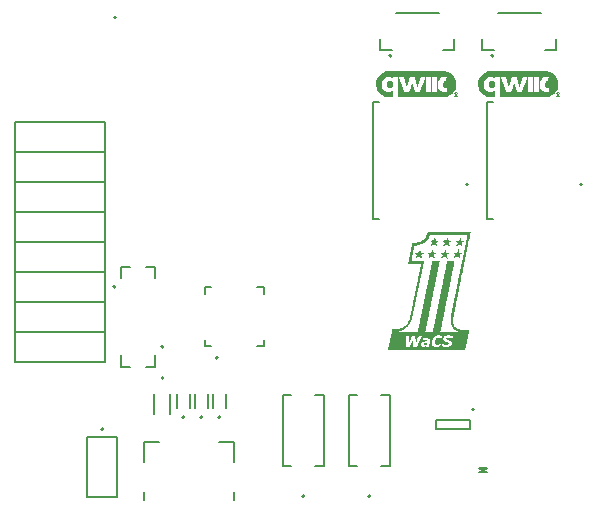
<source format=gto>
%TF.GenerationSoftware,KiCad,Pcbnew,8.0.4*%
%TF.CreationDate,2024-09-05T11:54:57-04:00*%
%TF.ProjectId,ESP32-RC_R0,45535033-322d-4524-935f-52302e6b6963,0*%
%TF.SameCoordinates,Original*%
%TF.FileFunction,Legend,Top*%
%TF.FilePolarity,Positive*%
%FSLAX46Y46*%
G04 Gerber Fmt 4.6, Leading zero omitted, Abs format (unit mm)*
G04 Created by KiCad (PCBNEW 8.0.4) date 2024-09-05 11:54:57*
%MOMM*%
%LPD*%
G01*
G04 APERTURE LIST*
%ADD10C,0.177800*%
%ADD11C,0.000000*%
%ADD12C,0.200000*%
G04 APERTURE END LIST*
D10*
%TO.C,D5*%
X155524200Y-111963200D02*
X154863800Y-111963200D01*
X155192738Y-111856188D02*
X154862538Y-111576788D01*
X155522938Y-111576788D01*
X155192738Y-111856188D01*
G36*
X155192738Y-111856188D02*
G01*
X154862538Y-111576788D01*
X155522938Y-111576788D01*
X155192738Y-111856188D01*
G37*
%TO.C,D2*%
X132308600Y-106527600D02*
X132308600Y-105308400D01*
X133375400Y-105308400D02*
X133375400Y-106527600D01*
X132930900Y-107315000D02*
G75*
G02*
X132753100Y-107315000I-88900J0D01*
G01*
X132753100Y-107315000D02*
G75*
G02*
X132930900Y-107315000I88900J0D01*
G01*
D11*
%TO.C,G1*%
G36*
X147340327Y-78823673D02*
G01*
X147405660Y-78843462D01*
X147464480Y-78882856D01*
X147470086Y-78887816D01*
X147514397Y-78939786D01*
X147542942Y-79003017D01*
X147556993Y-79081105D01*
X147558979Y-79139109D01*
X147556426Y-79199169D01*
X147548735Y-79244729D01*
X147534158Y-79285193D01*
X147530320Y-79293384D01*
X147485713Y-79360351D01*
X147427324Y-79409054D01*
X147358670Y-79438048D01*
X147283269Y-79445889D01*
X147204639Y-79431134D01*
X147199245Y-79429267D01*
X147137606Y-79395145D01*
X147084038Y-79341306D01*
X147054787Y-79296048D01*
X147041828Y-79267260D01*
X147033904Y-79235353D01*
X147029908Y-79193393D01*
X147028733Y-79134442D01*
X147028730Y-79132816D01*
X147029521Y-79075072D01*
X147032965Y-79033829D01*
X147040398Y-79001482D01*
X147053153Y-78970425D01*
X147059416Y-78957879D01*
X147104384Y-78893312D01*
X147162377Y-78849053D01*
X147233194Y-78825236D01*
X147262643Y-78821629D01*
X147340327Y-78823673D01*
G37*
G36*
X152918318Y-79900763D02*
G01*
X152954454Y-79920401D01*
X152971906Y-79949868D01*
X152968666Y-79986493D01*
X152954845Y-80012399D01*
X152942313Y-80034117D01*
X152945259Y-80049546D01*
X152954845Y-80061307D01*
X152971795Y-80084418D01*
X152968706Y-80096074D01*
X152949753Y-80098852D01*
X152925706Y-80088176D01*
X152911598Y-80068671D01*
X152893263Y-80045195D01*
X152872289Y-80039270D01*
X152855807Y-80051265D01*
X152851255Y-80065530D01*
X152839927Y-80088528D01*
X152826271Y-80096596D01*
X152816007Y-80096084D01*
X152809706Y-80086822D01*
X152806431Y-80064401D01*
X152805246Y-80024411D01*
X152805145Y-79997123D01*
X152805145Y-79966057D01*
X152853434Y-79966057D01*
X152855792Y-79992078D01*
X152867266Y-80000840D01*
X152886632Y-80000058D01*
X152911500Y-79992371D01*
X152919610Y-79972780D01*
X152919831Y-79966057D01*
X152914523Y-79942840D01*
X152893999Y-79933105D01*
X152886632Y-79932057D01*
X152863553Y-79932089D01*
X152854703Y-79944141D01*
X152853434Y-79966057D01*
X152805145Y-79966057D01*
X152805145Y-79893624D01*
X152865506Y-79893624D01*
X152918318Y-79900763D01*
G37*
G36*
X152953858Y-79807962D02*
G01*
X153012922Y-79839093D01*
X153057776Y-79888012D01*
X153085505Y-79952289D01*
X153089025Y-79968289D01*
X153088708Y-80027981D01*
X153068969Y-80087810D01*
X153033530Y-80141037D01*
X152986110Y-80180919D01*
X152966053Y-80191035D01*
X152921612Y-80202847D01*
X152870905Y-80206598D01*
X152824473Y-80202133D01*
X152799108Y-80193473D01*
X152741575Y-80150479D01*
X152701484Y-80096914D01*
X152679834Y-80037005D01*
X152678616Y-80002835D01*
X152726675Y-80002835D01*
X152728138Y-80045432D01*
X152734710Y-80073441D01*
X152749668Y-80096352D01*
X152764324Y-80111893D01*
X152811970Y-80145017D01*
X152867169Y-80160847D01*
X152923170Y-80158923D01*
X152973222Y-80138787D01*
X152988347Y-80127115D01*
X153026100Y-80078700D01*
X153043425Y-80024208D01*
X153041370Y-79968592D01*
X153020986Y-79916804D01*
X152983323Y-79873797D01*
X152929429Y-79844522D01*
X152928364Y-79844167D01*
X152872663Y-79837899D01*
X152816943Y-79853788D01*
X152766116Y-79890354D01*
X152762390Y-79894147D01*
X152741644Y-79918976D01*
X152730900Y-79943893D01*
X152727021Y-79978446D01*
X152726675Y-80002835D01*
X152678616Y-80002835D01*
X152677623Y-79974980D01*
X152695850Y-79915068D01*
X152723657Y-79873923D01*
X152772857Y-79828604D01*
X152825180Y-79804036D01*
X152883496Y-79797046D01*
X152953858Y-79807962D01*
G37*
G36*
X152092882Y-78043624D02*
G01*
X152246529Y-78096237D01*
X152389596Y-78168910D01*
X152520011Y-78259887D01*
X152635701Y-78367411D01*
X152734594Y-78489728D01*
X152814617Y-78625081D01*
X152837377Y-78674267D01*
X152870263Y-78756169D01*
X152893478Y-78829786D01*
X152908837Y-78903505D01*
X152918155Y-78985714D01*
X152922676Y-79068378D01*
X152920015Y-79225807D01*
X152899010Y-79370288D01*
X152858593Y-79505737D01*
X152797695Y-79636072D01*
X152743994Y-79723850D01*
X152643722Y-79852439D01*
X152526850Y-79963960D01*
X152394814Y-80057396D01*
X152249050Y-80131734D01*
X152090994Y-80185956D01*
X152090684Y-80186038D01*
X151990268Y-80212890D01*
X149989294Y-80216540D01*
X147988319Y-80220191D01*
X147988319Y-79356717D01*
X147988319Y-78493244D01*
X148049033Y-78493244D01*
X148071155Y-78550587D01*
X148079590Y-78573081D01*
X148095391Y-78615842D01*
X148117670Y-78676449D01*
X148145541Y-78752477D01*
X148178116Y-78841506D01*
X148214507Y-78941111D01*
X148253830Y-79048869D01*
X148295195Y-79162360D01*
X148303215Y-79184380D01*
X148513153Y-79760829D01*
X148720918Y-79760829D01*
X148928682Y-79760829D01*
X148982699Y-79588800D01*
X149005944Y-79514588D01*
X149033455Y-79426475D01*
X149062373Y-79333629D01*
X149089842Y-79245220D01*
X149100282Y-79211542D01*
X149121173Y-79144836D01*
X149139971Y-79086208D01*
X149155396Y-79039533D01*
X149166173Y-79008685D01*
X149170785Y-78997721D01*
X149176066Y-79006286D01*
X149187181Y-79034946D01*
X149203092Y-79080647D01*
X149222758Y-79140340D01*
X149245141Y-79210973D01*
X149261266Y-79263310D01*
X149287277Y-79348597D01*
X149313196Y-79433436D01*
X149337445Y-79512676D01*
X149358448Y-79581169D01*
X149374629Y-79633765D01*
X149379386Y-79649161D01*
X149413963Y-79760829D01*
X149622175Y-79760829D01*
X149830388Y-79760829D01*
X150342407Y-79760829D01*
X150553671Y-79760829D01*
X150764935Y-79760829D01*
X150837369Y-79760829D01*
X151048633Y-79760829D01*
X151259897Y-79760829D01*
X151259897Y-79127036D01*
X151259897Y-79079953D01*
X151337095Y-79079953D01*
X151338208Y-79198259D01*
X151357878Y-79314474D01*
X151396441Y-79424726D01*
X151438853Y-79502555D01*
X151511724Y-79594026D01*
X151599808Y-79667005D01*
X151702358Y-79721116D01*
X151818626Y-79755984D01*
X151947865Y-79771233D01*
X151975178Y-79771896D01*
X152080810Y-79772902D01*
X152080810Y-79605543D01*
X152080810Y-79438184D01*
X152001972Y-79431856D01*
X151928319Y-79418866D01*
X151871310Y-79391270D01*
X151826393Y-79346023D01*
X151795442Y-79293715D01*
X151768426Y-79215982D01*
X151758880Y-79133557D01*
X151766060Y-79051852D01*
X151789220Y-78976279D01*
X151827615Y-78912252D01*
X151851458Y-78887009D01*
X151910574Y-78847222D01*
X151977369Y-78824706D01*
X152036300Y-78821542D01*
X152074774Y-78825230D01*
X152078123Y-78653201D01*
X152081473Y-78481171D01*
X152041907Y-78479257D01*
X151904928Y-78482569D01*
X151779678Y-78506128D01*
X151666933Y-78549664D01*
X151567469Y-78612908D01*
X151511513Y-78663222D01*
X151441748Y-78751189D01*
X151389200Y-78852547D01*
X151354204Y-78963425D01*
X151337095Y-79079953D01*
X151259897Y-79079953D01*
X151259897Y-78493244D01*
X151048633Y-78493244D01*
X150837369Y-78493244D01*
X150837369Y-79127036D01*
X150837369Y-79760829D01*
X150764935Y-79760829D01*
X150764935Y-79127036D01*
X150764935Y-78493244D01*
X150553671Y-78493244D01*
X150342407Y-78493244D01*
X150342407Y-79127036D01*
X150342407Y-79760829D01*
X149830388Y-79760829D01*
X150027928Y-79220596D01*
X150062139Y-79127036D01*
X150068999Y-79108274D01*
X150108650Y-78999834D01*
X150145880Y-78898014D01*
X150179688Y-78805553D01*
X150209072Y-78725187D01*
X150233032Y-78659657D01*
X150250565Y-78611698D01*
X150259770Y-78586519D01*
X150294072Y-78492674D01*
X150087431Y-78495977D01*
X149880790Y-78499280D01*
X149759076Y-78912754D01*
X149730843Y-79008053D01*
X149704561Y-79095595D01*
X149681038Y-79172782D01*
X149661079Y-79237018D01*
X149645490Y-79285704D01*
X149635079Y-79316243D01*
X149630735Y-79326083D01*
X149625985Y-79314872D01*
X149615406Y-79283038D01*
X149599788Y-79233179D01*
X149579921Y-79167890D01*
X149556596Y-79089769D01*
X149530603Y-79001412D01*
X149503939Y-78909591D01*
X149383769Y-78493244D01*
X149181942Y-78493244D01*
X148980116Y-78493244D01*
X148967636Y-78532479D01*
X148960750Y-78555215D01*
X148947690Y-78599439D01*
X148928955Y-78663436D01*
X148905044Y-78745488D01*
X148876456Y-78843879D01*
X148843690Y-78956894D01*
X148807246Y-79082816D01*
X148767621Y-79219929D01*
X148751210Y-79276770D01*
X148732382Y-79341998D01*
X148718305Y-79300915D01*
X148711549Y-79279578D01*
X148698933Y-79238167D01*
X148681380Y-79179775D01*
X148659817Y-79107499D01*
X148635167Y-79024434D01*
X148608356Y-78933677D01*
X148591535Y-78876537D01*
X148478841Y-78493244D01*
X148263937Y-78493244D01*
X148049033Y-78493244D01*
X147988319Y-78493244D01*
X147777055Y-78493244D01*
X147565791Y-78493244D01*
X147565791Y-78565677D01*
X147563214Y-78607706D01*
X147556400Y-78633030D01*
X147546727Y-78639271D01*
X147535569Y-78624051D01*
X147534103Y-78620427D01*
X147519394Y-78602974D01*
X147489324Y-78579040D01*
X147450205Y-78552780D01*
X147408353Y-78528347D01*
X147370082Y-78509896D01*
X147360563Y-78506260D01*
X147254278Y-78480883D01*
X147145810Y-78476864D01*
X147038737Y-78492883D01*
X146936636Y-78527619D01*
X146843086Y-78579753D01*
X146761663Y-78647964D01*
X146695947Y-78730931D01*
X146680514Y-78757239D01*
X146639062Y-78855670D01*
X146612566Y-78967362D01*
X146601020Y-79086627D01*
X146604420Y-79207775D01*
X146622760Y-79325119D01*
X146656035Y-79432968D01*
X146681185Y-79487085D01*
X146723975Y-79551598D01*
X146780586Y-79615156D01*
X146843965Y-79670874D01*
X146907058Y-79711867D01*
X146916033Y-79716308D01*
X146995316Y-79747668D01*
X147075405Y-79765701D01*
X147164675Y-79771901D01*
X147221093Y-79770793D01*
X147318499Y-79759333D01*
X147400780Y-79732865D01*
X147473237Y-79689254D01*
X147516411Y-79651838D01*
X147565791Y-79603917D01*
X147565791Y-79911746D01*
X147565791Y-80219575D01*
X147357545Y-80218380D01*
X147280188Y-80217051D01*
X147202992Y-80214164D01*
X147132677Y-80210079D01*
X147075960Y-80205153D01*
X147052316Y-80202110D01*
X146896707Y-80165982D01*
X146749657Y-80108018D01*
X146612978Y-80029563D01*
X146488479Y-79931962D01*
X146377973Y-79816561D01*
X146283271Y-79684705D01*
X146231970Y-79592661D01*
X146176934Y-79456984D01*
X146141458Y-79311690D01*
X146125548Y-79161010D01*
X146129208Y-79009176D01*
X146152444Y-78860421D01*
X146195260Y-78718975D01*
X146230901Y-78638277D01*
X146316634Y-78492266D01*
X146418047Y-78364613D01*
X146535095Y-78255353D01*
X146667730Y-78164526D01*
X146815906Y-78092166D01*
X146979578Y-78038311D01*
X146983458Y-78037307D01*
X146994071Y-78034862D01*
X147006773Y-78032614D01*
X147022568Y-78030556D01*
X147042460Y-78028678D01*
X147067451Y-78026973D01*
X147098546Y-78025432D01*
X147136747Y-78024047D01*
X147183058Y-78022810D01*
X147238483Y-78021713D01*
X147304024Y-78020747D01*
X147380684Y-78019904D01*
X147469468Y-78019176D01*
X147571379Y-78018555D01*
X147687420Y-78018032D01*
X147818593Y-78017599D01*
X147965904Y-78017248D01*
X148130354Y-78016971D01*
X148312948Y-78016759D01*
X148514688Y-78016604D01*
X148736579Y-78016498D01*
X148979623Y-78016432D01*
X149244823Y-78016399D01*
X149527530Y-78016390D01*
X151990268Y-78016390D01*
X152092882Y-78043624D01*
G37*
D10*
%TO.C,D3*%
X130784600Y-106527600D02*
X130784600Y-105308400D01*
X131851400Y-105308400D02*
X131851400Y-106527600D01*
X131406900Y-107315000D02*
G75*
G02*
X131229100Y-107315000I-88900J0D01*
G01*
X131229100Y-107315000D02*
G75*
G02*
X131406900Y-107315000I88900J0D01*
G01*
%TO.C,D4*%
X129260600Y-106527600D02*
X129260600Y-105308400D01*
X130327400Y-105308400D02*
X130327400Y-106527600D01*
X129882900Y-107315000D02*
G75*
G02*
X129705100Y-107315000I-88900J0D01*
G01*
X129705100Y-107315000D02*
G75*
G02*
X129882900Y-107315000I88900J0D01*
G01*
D11*
%TO.C,G2*%
G36*
X155976327Y-78823673D02*
G01*
X156041660Y-78843462D01*
X156100480Y-78882856D01*
X156106086Y-78887816D01*
X156150397Y-78939786D01*
X156178942Y-79003017D01*
X156192993Y-79081105D01*
X156194979Y-79139109D01*
X156192426Y-79199169D01*
X156184735Y-79244729D01*
X156170158Y-79285193D01*
X156166320Y-79293384D01*
X156121713Y-79360351D01*
X156063324Y-79409054D01*
X155994670Y-79438048D01*
X155919269Y-79445889D01*
X155840639Y-79431134D01*
X155835245Y-79429267D01*
X155773606Y-79395145D01*
X155720038Y-79341306D01*
X155690787Y-79296048D01*
X155677828Y-79267260D01*
X155669904Y-79235353D01*
X155665908Y-79193393D01*
X155664733Y-79134442D01*
X155664730Y-79132816D01*
X155665521Y-79075072D01*
X155668965Y-79033829D01*
X155676398Y-79001482D01*
X155689153Y-78970425D01*
X155695416Y-78957879D01*
X155740384Y-78893312D01*
X155798377Y-78849053D01*
X155869194Y-78825236D01*
X155898643Y-78821629D01*
X155976327Y-78823673D01*
G37*
G36*
X161554318Y-79900763D02*
G01*
X161590454Y-79920401D01*
X161607906Y-79949868D01*
X161604666Y-79986493D01*
X161590845Y-80012399D01*
X161578313Y-80034117D01*
X161581259Y-80049546D01*
X161590845Y-80061307D01*
X161607795Y-80084418D01*
X161604706Y-80096074D01*
X161585753Y-80098852D01*
X161561706Y-80088176D01*
X161547598Y-80068671D01*
X161529263Y-80045195D01*
X161508289Y-80039270D01*
X161491807Y-80051265D01*
X161487255Y-80065530D01*
X161475927Y-80088528D01*
X161462271Y-80096596D01*
X161452007Y-80096084D01*
X161445706Y-80086822D01*
X161442431Y-80064401D01*
X161441246Y-80024411D01*
X161441145Y-79997123D01*
X161441145Y-79966057D01*
X161489434Y-79966057D01*
X161491792Y-79992078D01*
X161503266Y-80000840D01*
X161522632Y-80000058D01*
X161547500Y-79992371D01*
X161555610Y-79972780D01*
X161555831Y-79966057D01*
X161550523Y-79942840D01*
X161529999Y-79933105D01*
X161522632Y-79932057D01*
X161499553Y-79932089D01*
X161490703Y-79944141D01*
X161489434Y-79966057D01*
X161441145Y-79966057D01*
X161441145Y-79893624D01*
X161501506Y-79893624D01*
X161554318Y-79900763D01*
G37*
G36*
X161589858Y-79807962D02*
G01*
X161648922Y-79839093D01*
X161693776Y-79888012D01*
X161721505Y-79952289D01*
X161725025Y-79968289D01*
X161724708Y-80027981D01*
X161704969Y-80087810D01*
X161669530Y-80141037D01*
X161622110Y-80180919D01*
X161602053Y-80191035D01*
X161557612Y-80202847D01*
X161506905Y-80206598D01*
X161460473Y-80202133D01*
X161435108Y-80193473D01*
X161377575Y-80150479D01*
X161337484Y-80096914D01*
X161315834Y-80037005D01*
X161314616Y-80002835D01*
X161362675Y-80002835D01*
X161364138Y-80045432D01*
X161370710Y-80073441D01*
X161385668Y-80096352D01*
X161400324Y-80111893D01*
X161447970Y-80145017D01*
X161503169Y-80160847D01*
X161559170Y-80158923D01*
X161609222Y-80138787D01*
X161624347Y-80127115D01*
X161662100Y-80078700D01*
X161679425Y-80024208D01*
X161677370Y-79968592D01*
X161656986Y-79916804D01*
X161619323Y-79873797D01*
X161565429Y-79844522D01*
X161564364Y-79844167D01*
X161508663Y-79837899D01*
X161452943Y-79853788D01*
X161402116Y-79890354D01*
X161398390Y-79894147D01*
X161377644Y-79918976D01*
X161366900Y-79943893D01*
X161363021Y-79978446D01*
X161362675Y-80002835D01*
X161314616Y-80002835D01*
X161313623Y-79974980D01*
X161331850Y-79915068D01*
X161359657Y-79873923D01*
X161408857Y-79828604D01*
X161461180Y-79804036D01*
X161519496Y-79797046D01*
X161589858Y-79807962D01*
G37*
G36*
X160728882Y-78043624D02*
G01*
X160882529Y-78096237D01*
X161025596Y-78168910D01*
X161156011Y-78259887D01*
X161271701Y-78367411D01*
X161370594Y-78489728D01*
X161450617Y-78625081D01*
X161473377Y-78674267D01*
X161506263Y-78756169D01*
X161529478Y-78829786D01*
X161544837Y-78903505D01*
X161554155Y-78985714D01*
X161558676Y-79068378D01*
X161556015Y-79225807D01*
X161535010Y-79370288D01*
X161494593Y-79505737D01*
X161433695Y-79636072D01*
X161379994Y-79723850D01*
X161279722Y-79852439D01*
X161162850Y-79963960D01*
X161030814Y-80057396D01*
X160885050Y-80131734D01*
X160726994Y-80185956D01*
X160726684Y-80186038D01*
X160626268Y-80212890D01*
X158625294Y-80216540D01*
X156624319Y-80220191D01*
X156624319Y-79356717D01*
X156624319Y-78493244D01*
X156685033Y-78493244D01*
X156707155Y-78550587D01*
X156715590Y-78573081D01*
X156731391Y-78615842D01*
X156753670Y-78676449D01*
X156781541Y-78752477D01*
X156814116Y-78841506D01*
X156850507Y-78941111D01*
X156889830Y-79048869D01*
X156931195Y-79162360D01*
X156939215Y-79184380D01*
X157149153Y-79760829D01*
X157356918Y-79760829D01*
X157564682Y-79760829D01*
X157618699Y-79588800D01*
X157641944Y-79514588D01*
X157669455Y-79426475D01*
X157698373Y-79333629D01*
X157725842Y-79245220D01*
X157736282Y-79211542D01*
X157757173Y-79144836D01*
X157775971Y-79086208D01*
X157791396Y-79039533D01*
X157802173Y-79008685D01*
X157806785Y-78997721D01*
X157812066Y-79006286D01*
X157823181Y-79034946D01*
X157839092Y-79080647D01*
X157858758Y-79140340D01*
X157881141Y-79210973D01*
X157897266Y-79263310D01*
X157923277Y-79348597D01*
X157949196Y-79433436D01*
X157973445Y-79512676D01*
X157994448Y-79581169D01*
X158010629Y-79633765D01*
X158015386Y-79649161D01*
X158049963Y-79760829D01*
X158258175Y-79760829D01*
X158466388Y-79760829D01*
X158978407Y-79760829D01*
X159189671Y-79760829D01*
X159400935Y-79760829D01*
X159473369Y-79760829D01*
X159684633Y-79760829D01*
X159895897Y-79760829D01*
X159895897Y-79127036D01*
X159895897Y-79079953D01*
X159973095Y-79079953D01*
X159974208Y-79198259D01*
X159993878Y-79314474D01*
X160032441Y-79424726D01*
X160074853Y-79502555D01*
X160147724Y-79594026D01*
X160235808Y-79667005D01*
X160338358Y-79721116D01*
X160454626Y-79755984D01*
X160583865Y-79771233D01*
X160611178Y-79771896D01*
X160716810Y-79772902D01*
X160716810Y-79605543D01*
X160716810Y-79438184D01*
X160637972Y-79431856D01*
X160564319Y-79418866D01*
X160507310Y-79391270D01*
X160462393Y-79346023D01*
X160431442Y-79293715D01*
X160404426Y-79215982D01*
X160394880Y-79133557D01*
X160402060Y-79051852D01*
X160425220Y-78976279D01*
X160463615Y-78912252D01*
X160487458Y-78887009D01*
X160546574Y-78847222D01*
X160613369Y-78824706D01*
X160672300Y-78821542D01*
X160710774Y-78825230D01*
X160714123Y-78653201D01*
X160717473Y-78481171D01*
X160677907Y-78479257D01*
X160540928Y-78482569D01*
X160415678Y-78506128D01*
X160302933Y-78549664D01*
X160203469Y-78612908D01*
X160147513Y-78663222D01*
X160077748Y-78751189D01*
X160025200Y-78852547D01*
X159990204Y-78963425D01*
X159973095Y-79079953D01*
X159895897Y-79079953D01*
X159895897Y-78493244D01*
X159684633Y-78493244D01*
X159473369Y-78493244D01*
X159473369Y-79127036D01*
X159473369Y-79760829D01*
X159400935Y-79760829D01*
X159400935Y-79127036D01*
X159400935Y-78493244D01*
X159189671Y-78493244D01*
X158978407Y-78493244D01*
X158978407Y-79127036D01*
X158978407Y-79760829D01*
X158466388Y-79760829D01*
X158663928Y-79220596D01*
X158698139Y-79127036D01*
X158704999Y-79108274D01*
X158744650Y-78999834D01*
X158781880Y-78898014D01*
X158815688Y-78805553D01*
X158845072Y-78725187D01*
X158869032Y-78659657D01*
X158886565Y-78611698D01*
X158895770Y-78586519D01*
X158930072Y-78492674D01*
X158723431Y-78495977D01*
X158516790Y-78499280D01*
X158395076Y-78912754D01*
X158366843Y-79008053D01*
X158340561Y-79095595D01*
X158317038Y-79172782D01*
X158297079Y-79237018D01*
X158281490Y-79285704D01*
X158271079Y-79316243D01*
X158266735Y-79326083D01*
X158261985Y-79314872D01*
X158251406Y-79283038D01*
X158235788Y-79233179D01*
X158215921Y-79167890D01*
X158192596Y-79089769D01*
X158166603Y-79001412D01*
X158139939Y-78909591D01*
X158019769Y-78493244D01*
X157817942Y-78493244D01*
X157616116Y-78493244D01*
X157603636Y-78532479D01*
X157596750Y-78555215D01*
X157583690Y-78599439D01*
X157564955Y-78663436D01*
X157541044Y-78745488D01*
X157512456Y-78843879D01*
X157479690Y-78956894D01*
X157443246Y-79082816D01*
X157403621Y-79219929D01*
X157387210Y-79276770D01*
X157368382Y-79341998D01*
X157354305Y-79300915D01*
X157347549Y-79279578D01*
X157334933Y-79238167D01*
X157317380Y-79179775D01*
X157295817Y-79107499D01*
X157271167Y-79024434D01*
X157244356Y-78933677D01*
X157227535Y-78876537D01*
X157114841Y-78493244D01*
X156899937Y-78493244D01*
X156685033Y-78493244D01*
X156624319Y-78493244D01*
X156413055Y-78493244D01*
X156201791Y-78493244D01*
X156201791Y-78565677D01*
X156199214Y-78607706D01*
X156192400Y-78633030D01*
X156182727Y-78639271D01*
X156171569Y-78624051D01*
X156170103Y-78620427D01*
X156155394Y-78602974D01*
X156125324Y-78579040D01*
X156086205Y-78552780D01*
X156044353Y-78528347D01*
X156006082Y-78509896D01*
X155996563Y-78506260D01*
X155890278Y-78480883D01*
X155781810Y-78476864D01*
X155674737Y-78492883D01*
X155572636Y-78527619D01*
X155479086Y-78579753D01*
X155397663Y-78647964D01*
X155331947Y-78730931D01*
X155316514Y-78757239D01*
X155275062Y-78855670D01*
X155248566Y-78967362D01*
X155237020Y-79086627D01*
X155240420Y-79207775D01*
X155258760Y-79325119D01*
X155292035Y-79432968D01*
X155317185Y-79487085D01*
X155359975Y-79551598D01*
X155416586Y-79615156D01*
X155479965Y-79670874D01*
X155543058Y-79711867D01*
X155552033Y-79716308D01*
X155631316Y-79747668D01*
X155711405Y-79765701D01*
X155800675Y-79771901D01*
X155857093Y-79770793D01*
X155954499Y-79759333D01*
X156036780Y-79732865D01*
X156109237Y-79689254D01*
X156152411Y-79651838D01*
X156201791Y-79603917D01*
X156201791Y-79911746D01*
X156201791Y-80219575D01*
X155993545Y-80218380D01*
X155916188Y-80217051D01*
X155838992Y-80214164D01*
X155768677Y-80210079D01*
X155711960Y-80205153D01*
X155688316Y-80202110D01*
X155532707Y-80165982D01*
X155385657Y-80108018D01*
X155248978Y-80029563D01*
X155124479Y-79931962D01*
X155013973Y-79816561D01*
X154919271Y-79684705D01*
X154867970Y-79592661D01*
X154812934Y-79456984D01*
X154777458Y-79311690D01*
X154761548Y-79161010D01*
X154765208Y-79009176D01*
X154788444Y-78860421D01*
X154831260Y-78718975D01*
X154866901Y-78638277D01*
X154952634Y-78492266D01*
X155054047Y-78364613D01*
X155171095Y-78255353D01*
X155303730Y-78164526D01*
X155451906Y-78092166D01*
X155615578Y-78038311D01*
X155619458Y-78037307D01*
X155630071Y-78034862D01*
X155642773Y-78032614D01*
X155658568Y-78030556D01*
X155678460Y-78028678D01*
X155703451Y-78026973D01*
X155734546Y-78025432D01*
X155772747Y-78024047D01*
X155819058Y-78022810D01*
X155874483Y-78021713D01*
X155940024Y-78020747D01*
X156016684Y-78019904D01*
X156105468Y-78019176D01*
X156207379Y-78018555D01*
X156323420Y-78018032D01*
X156454593Y-78017599D01*
X156601904Y-78017248D01*
X156766354Y-78016971D01*
X156948948Y-78016759D01*
X157150688Y-78016604D01*
X157372579Y-78016498D01*
X157615623Y-78016432D01*
X157880823Y-78016399D01*
X158163530Y-78016390D01*
X160626268Y-78016390D01*
X160728882Y-78043624D01*
G37*
D10*
%TO.C,U1*%
X131622800Y-96316800D02*
X132156200Y-96316800D01*
X131622800Y-96850200D02*
X131622800Y-96316800D01*
X131622800Y-101295200D02*
X131622800Y-100761800D01*
X132156200Y-101295200D02*
X131622800Y-101295200D01*
X136601200Y-96316800D02*
X136067800Y-96316800D01*
X136601200Y-96316800D02*
X136601200Y-96850200D01*
X136601200Y-100761800D02*
X136601200Y-101295200D01*
X136601200Y-101295200D02*
X136067800Y-101295200D01*
X132700900Y-102261000D02*
G75*
G02*
X132523100Y-102261000I-88900J0D01*
G01*
X132523100Y-102261000D02*
G75*
G02*
X132700900Y-102261000I88900J0D01*
G01*
D12*
%TO.C,J5*%
X121666000Y-108966000D02*
X124206000Y-108966000D01*
X121666000Y-114046000D02*
X121666000Y-108966000D01*
X124206000Y-114046000D02*
X121666000Y-114046000D01*
X124206000Y-114046000D02*
X124206000Y-108966000D01*
D10*
X123024900Y-108331000D02*
G75*
G02*
X122847100Y-108331000I-88900J0D01*
G01*
X122847100Y-108331000D02*
G75*
G02*
X123024900Y-108331000I88900J0D01*
G01*
%TO.C,J3*%
X146481800Y-75263441D02*
X146481800Y-76250800D01*
X146481800Y-76250800D02*
X147443060Y-76250800D01*
X151425559Y-73101200D02*
X147786441Y-73101200D01*
X151768940Y-76250800D02*
X152730200Y-76250800D01*
X152730200Y-76250800D02*
X152730200Y-75263441D01*
X147408900Y-76708000D02*
G75*
G02*
X147231100Y-76708000I-88900J0D01*
G01*
X147231100Y-76708000D02*
G75*
G02*
X147408900Y-76708000I88900J0D01*
G01*
%TO.C,U2*%
X124066300Y-73472000D02*
G75*
G02*
X123888500Y-73472000I-88900J0D01*
G01*
X123888500Y-73472000D02*
G75*
G02*
X124066300Y-73472000I88900J0D01*
G01*
%TO.C,S1*%
X138204000Y-105458000D02*
X138204000Y-111458000D01*
X138204000Y-111458000D02*
X138954000Y-111458000D01*
X138954000Y-105458000D02*
X138204000Y-105458000D01*
X140954000Y-111458000D02*
X141704000Y-111458000D01*
X141704000Y-105458000D02*
X140954000Y-105458000D01*
X141704000Y-111458000D02*
X141704000Y-105458000D01*
X140042900Y-114008000D02*
G75*
G02*
X139865100Y-114008000I-88900J0D01*
G01*
X139865100Y-114008000D02*
G75*
G02*
X140042900Y-114008000I88900J0D01*
G01*
%TO.C,Q2*%
X124536200Y-103022400D02*
X124536200Y-102082600D01*
X124536200Y-103022400D02*
X125323600Y-103022400D01*
X126644400Y-103022400D02*
X127431800Y-103022400D01*
X127431800Y-102082600D02*
X127431800Y-103022400D01*
X128104900Y-101346000D02*
G75*
G02*
X127927100Y-101346000I-88900J0D01*
G01*
X127927100Y-101346000D02*
G75*
G02*
X128104900Y-101346000I88900J0D01*
G01*
%TO.C,J8*%
X126502000Y-109414000D02*
X126502000Y-111114000D01*
X126502000Y-109414000D02*
X127762000Y-109414000D01*
X126502000Y-113614000D02*
X126502000Y-114300000D01*
X134102000Y-109414000D02*
X132842000Y-109414000D01*
X134102000Y-109414000D02*
X134102000Y-111114000D01*
X134102000Y-114300000D02*
X134102000Y-113614000D01*
%TO.C,J1*%
X115570000Y-82296000D02*
X123190000Y-82296000D01*
X115570000Y-84836000D02*
X123190000Y-84836000D01*
X115570000Y-87376000D02*
X123190000Y-87376000D01*
X115570000Y-89916000D02*
X123190000Y-89916000D01*
X115570000Y-92456000D02*
X123190000Y-92456000D01*
X115570000Y-94996000D02*
X123190000Y-94996000D01*
X115570000Y-97536000D02*
X123190000Y-97536000D01*
X115570000Y-100076000D02*
X123190000Y-100076000D01*
X115570000Y-102616000D02*
X115570000Y-82296000D01*
X123190000Y-102616000D02*
X115570000Y-102616000D01*
X123190000Y-102616000D02*
X123190000Y-82296000D01*
%TO.C,J4*%
X155117800Y-75263441D02*
X155117800Y-76250800D01*
X155117800Y-76250800D02*
X156079060Y-76250800D01*
X160061559Y-73101200D02*
X156422441Y-73101200D01*
X160404940Y-76250800D02*
X161366200Y-76250800D01*
X161366200Y-76250800D02*
X161366200Y-75263441D01*
X156044900Y-76708000D02*
G75*
G02*
X155867100Y-76708000I-88900J0D01*
G01*
X155867100Y-76708000D02*
G75*
G02*
X156044900Y-76708000I88900J0D01*
G01*
%TO.C,Q1*%
X124536200Y-95529400D02*
X124536200Y-94589600D01*
X125323600Y-94589600D02*
X124536200Y-94589600D01*
X127431800Y-94589600D02*
X126644400Y-94589600D01*
X127431800Y-94589600D02*
X127431800Y-95529400D01*
X124040900Y-96266000D02*
G75*
G02*
X123863100Y-96266000I-88900J0D01*
G01*
X123863100Y-96266000D02*
G75*
G02*
X124040900Y-96266000I88900J0D01*
G01*
%TO.C,U3*%
X151206200Y-107569000D02*
X154101800Y-107569000D01*
X151206200Y-108331000D02*
X151206200Y-107569000D01*
X154101800Y-107569000D02*
X154101800Y-108331000D01*
X154101800Y-108331000D02*
X151206200Y-108331000D01*
X154393900Y-106650000D02*
G75*
G02*
X154216100Y-106650000I-88900J0D01*
G01*
X154216100Y-106650000D02*
G75*
G02*
X154393900Y-106650000I88900J0D01*
G01*
%TO.C,J6*%
X145836000Y-80623000D02*
X146336000Y-80623000D01*
X145836000Y-90573000D02*
X145836000Y-80623000D01*
X146336000Y-90573000D02*
X145836000Y-90573000D01*
X153885900Y-87598000D02*
G75*
G02*
X153708100Y-87598000I-88900J0D01*
G01*
X153708100Y-87598000D02*
G75*
G02*
X153885900Y-87598000I88900J0D01*
G01*
%TO.C,D1*%
X127355600Y-105333800D02*
X127355600Y-107010200D01*
X128676400Y-107010200D02*
X128676400Y-105333800D01*
X128104900Y-103987600D02*
G75*
G02*
X127927100Y-103987600I-88900J0D01*
G01*
X127927100Y-103987600D02*
G75*
G02*
X128104900Y-103987600I88900J0D01*
G01*
%TO.C,J7*%
X155488000Y-80623000D02*
X155988000Y-80623000D01*
X155488000Y-90573000D02*
X155488000Y-80623000D01*
X155988000Y-90573000D02*
X155488000Y-90573000D01*
X163537900Y-87598000D02*
G75*
G02*
X163360100Y-87598000I-88900J0D01*
G01*
X163360100Y-87598000D02*
G75*
G02*
X163537900Y-87598000I88900J0D01*
G01*
D11*
%TO.C,G5*%
G36*
X150415782Y-101019065D02*
G01*
X150420810Y-101021730D01*
X150421518Y-101026155D01*
X150421323Y-101026970D01*
X150419219Y-101035281D01*
X150415335Y-101051186D01*
X150410234Y-101072354D01*
X150404825Y-101095015D01*
X150390776Y-101154134D01*
X150366217Y-101167939D01*
X150324788Y-101187472D01*
X150284562Y-101198302D01*
X150245047Y-101201199D01*
X150223656Y-101200345D01*
X150204118Y-101198538D01*
X150190505Y-101196160D01*
X150190062Y-101196036D01*
X150170521Y-101185549D01*
X150157814Y-101168041D01*
X150152807Y-101144766D01*
X150152763Y-101142152D01*
X150155833Y-101115018D01*
X150165435Y-101092013D01*
X150182158Y-101072751D01*
X150206590Y-101056843D01*
X150239320Y-101043903D01*
X150280936Y-101033542D01*
X150329514Y-101025699D01*
X150363302Y-101021478D01*
X150388177Y-101018955D01*
X150405288Y-101018146D01*
X150415782Y-101019065D01*
G37*
G36*
X149856684Y-93111917D02*
G01*
X149859663Y-93126348D01*
X149864021Y-93147703D01*
X149869445Y-93174446D01*
X149875621Y-93205036D01*
X149877513Y-93214430D01*
X149884378Y-93248370D01*
X149891099Y-93281278D01*
X149897226Y-93310972D01*
X149902307Y-93335273D01*
X149905895Y-93352001D01*
X149906190Y-93353338D01*
X149913827Y-93387688D01*
X150059989Y-93389041D01*
X150206151Y-93390394D01*
X150101676Y-93462340D01*
X150071536Y-93483065D01*
X150042986Y-93502640D01*
X150017485Y-93520068D01*
X149996493Y-93534353D01*
X149981470Y-93544499D01*
X149975525Y-93548450D01*
X149963183Y-93556887D01*
X149955332Y-93562973D01*
X149953848Y-93564700D01*
X149954784Y-93570355D01*
X149957253Y-93583347D01*
X149960749Y-93601020D01*
X149961259Y-93603550D01*
X149970297Y-93648815D01*
X149979039Y-93693393D01*
X149987272Y-93736135D01*
X149994785Y-93775892D01*
X150001364Y-93811514D01*
X150006799Y-93841852D01*
X150010876Y-93865755D01*
X150013385Y-93882075D01*
X150014113Y-93889662D01*
X150014078Y-93889900D01*
X150009735Y-93888685D01*
X149998100Y-93881784D01*
X149979960Y-93869740D01*
X149956103Y-93853093D01*
X149927314Y-93832386D01*
X149894382Y-93808161D01*
X149882658Y-93799426D01*
X149752815Y-93702395D01*
X149729646Y-93714976D01*
X149719411Y-93720598D01*
X149701586Y-93730459D01*
X149677489Y-93743828D01*
X149648437Y-93759972D01*
X149615747Y-93778160D01*
X149580738Y-93797660D01*
X149567445Y-93805069D01*
X149533183Y-93824141D01*
X149501878Y-93841510D01*
X149474615Y-93856578D01*
X149452479Y-93868749D01*
X149436552Y-93877426D01*
X149427920Y-93882010D01*
X149426684Y-93882582D01*
X149428513Y-93878226D01*
X149434498Y-93865858D01*
X149444110Y-93846527D01*
X149456822Y-93821284D01*
X149472105Y-93791178D01*
X149489432Y-93757259D01*
X149502755Y-93731303D01*
X149580555Y-93580024D01*
X149492129Y-93485209D01*
X149403704Y-93390394D01*
X149547440Y-93388993D01*
X149691177Y-93387593D01*
X149772751Y-93244810D01*
X149792486Y-93210439D01*
X149810567Y-93179281D01*
X149826391Y-93152345D01*
X149839359Y-93130641D01*
X149848870Y-93115178D01*
X149854322Y-93106966D01*
X149855398Y-93105949D01*
X149856684Y-93111917D01*
G37*
G36*
X150934818Y-93096843D02*
G01*
X150938155Y-93110361D01*
X150942905Y-93131346D01*
X150948791Y-93158526D01*
X150955532Y-93190632D01*
X150962848Y-93226393D01*
X150963779Y-93231006D01*
X150991780Y-93369992D01*
X151138886Y-93372542D01*
X151285992Y-93375092D01*
X151248544Y-93400821D01*
X151232455Y-93411868D01*
X151209988Y-93427282D01*
X151183183Y-93445665D01*
X151154078Y-93465620D01*
X151124712Y-93485747D01*
X151123115Y-93486842D01*
X151096833Y-93505168D01*
X151073682Y-93521914D01*
X151054910Y-93536127D01*
X151041764Y-93546856D01*
X151035489Y-93553150D01*
X151035133Y-93554013D01*
X151036105Y-93560956D01*
X151038913Y-93577038D01*
X151043392Y-93601396D01*
X151049377Y-93633167D01*
X151056704Y-93671488D01*
X151065209Y-93715496D01*
X151074727Y-93764327D01*
X151085093Y-93817117D01*
X151089289Y-93838381D01*
X151092749Y-93857245D01*
X151094921Y-93871837D01*
X151095448Y-93879641D01*
X151095262Y-93880258D01*
X151090858Y-93877810D01*
X151079324Y-93869957D01*
X151061676Y-93857430D01*
X151038931Y-93840963D01*
X151012106Y-93821286D01*
X150982218Y-93799133D01*
X150971154Y-93790880D01*
X150939913Y-93767602D01*
X150910933Y-93746137D01*
X150885326Y-93727297D01*
X150864205Y-93711897D01*
X150848682Y-93700750D01*
X150839869Y-93694672D01*
X150838700Y-93693958D01*
X150834531Y-93692861D01*
X150828264Y-93693681D01*
X150818880Y-93696896D01*
X150805360Y-93702988D01*
X150786686Y-93712436D01*
X150761837Y-93725723D01*
X150729796Y-93743327D01*
X150706090Y-93756500D01*
X150671422Y-93775801D01*
X150637419Y-93794708D01*
X150605776Y-93812279D01*
X150578189Y-93827573D01*
X150556353Y-93839650D01*
X150543442Y-93846759D01*
X150503136Y-93868854D01*
X150569889Y-93739282D01*
X150587715Y-93704731D01*
X150604577Y-93672142D01*
X150619750Y-93642909D01*
X150632507Y-93618429D01*
X150642124Y-93600096D01*
X150647874Y-93589306D01*
X150648198Y-93588714D01*
X150659754Y-93567717D01*
X150645262Y-93550461D01*
X150636895Y-93540938D01*
X150623052Y-93525671D01*
X150605264Y-93506328D01*
X150585063Y-93484578D01*
X150570904Y-93469450D01*
X150550014Y-93447095D01*
X150530577Y-93426099D01*
X150514104Y-93408107D01*
X150502104Y-93394765D01*
X150497278Y-93389199D01*
X150483518Y-93372702D01*
X150627575Y-93371347D01*
X150771632Y-93369992D01*
X150851104Y-93231048D01*
X150870682Y-93196955D01*
X150888673Y-93165892D01*
X150904449Y-93138921D01*
X150917384Y-93117102D01*
X150926850Y-93101497D01*
X150932221Y-93093167D01*
X150933177Y-93092062D01*
X150934818Y-93096843D01*
G37*
G36*
X152200776Y-92078316D02*
G01*
X152204037Y-92091139D01*
X152208690Y-92111279D01*
X152214431Y-92137392D01*
X152220955Y-92168137D01*
X152225597Y-92190576D01*
X152232766Y-92225555D01*
X152239544Y-92258568D01*
X152245564Y-92287843D01*
X152250463Y-92311606D01*
X152253876Y-92328087D01*
X152254957Y-92333258D01*
X152260041Y-92357407D01*
X152406229Y-92358760D01*
X152552416Y-92360113D01*
X152488704Y-92403113D01*
X152464148Y-92419754D01*
X152437327Y-92438043D01*
X152409640Y-92457015D01*
X152382484Y-92475704D01*
X152357255Y-92493145D01*
X152335351Y-92508373D01*
X152318170Y-92520424D01*
X152307108Y-92528331D01*
X152303849Y-92530802D01*
X152304081Y-92536170D01*
X152306009Y-92550151D01*
X152309380Y-92571344D01*
X152313940Y-92598349D01*
X152319434Y-92629767D01*
X152325608Y-92664197D01*
X152332208Y-92700239D01*
X152338980Y-92736494D01*
X152345670Y-92771561D01*
X152352023Y-92804041D01*
X152357785Y-92832533D01*
X152362702Y-92855637D01*
X152363379Y-92858677D01*
X152364620Y-92866193D01*
X152364417Y-92867602D01*
X152360248Y-92864675D01*
X152348894Y-92856379D01*
X152331345Y-92843447D01*
X152308591Y-92826613D01*
X152281624Y-92806607D01*
X152251434Y-92784163D01*
X152236109Y-92772753D01*
X152204443Y-92749232D01*
X152175256Y-92727674D01*
X152149591Y-92708840D01*
X152128490Y-92693492D01*
X152112997Y-92682390D01*
X152104154Y-92676295D01*
X152102616Y-92675386D01*
X152099972Y-92675066D01*
X152095561Y-92676051D01*
X152088576Y-92678761D01*
X152078206Y-92683618D01*
X152063642Y-92691042D01*
X152044077Y-92701454D01*
X152018699Y-92715276D01*
X151986701Y-92732929D01*
X151947273Y-92754833D01*
X151909852Y-92775692D01*
X151878808Y-92792983D01*
X151849820Y-92809073D01*
X151824379Y-92823140D01*
X151803973Y-92834362D01*
X151790091Y-92841916D01*
X151785529Y-92844337D01*
X151768315Y-92853223D01*
X151783563Y-92825985D01*
X151789982Y-92814135D01*
X151800246Y-92794721D01*
X151813560Y-92769265D01*
X151829132Y-92739287D01*
X151846170Y-92706311D01*
X151862889Y-92673787D01*
X151926966Y-92548827D01*
X151840628Y-92455991D01*
X151816886Y-92430259D01*
X151795641Y-92406842D01*
X151777835Y-92386811D01*
X151764410Y-92371236D01*
X151756308Y-92361189D01*
X151754290Y-92357888D01*
X151759364Y-92356078D01*
X151774491Y-92354525D01*
X151799524Y-92353235D01*
X151834319Y-92352215D01*
X151878729Y-92351471D01*
X151897671Y-92351266D01*
X152041053Y-92349912D01*
X152119078Y-92213086D01*
X152138458Y-92179152D01*
X152156218Y-92148148D01*
X152171730Y-92121165D01*
X152184364Y-92099294D01*
X152193493Y-92083625D01*
X152198486Y-92075248D01*
X152199213Y-92074152D01*
X152200776Y-92078316D01*
G37*
G36*
X152026075Y-93131370D02*
G01*
X152029453Y-93146972D01*
X152034386Y-93170458D01*
X152040438Y-93199710D01*
X152047170Y-93232607D01*
X152054144Y-93267029D01*
X152055619Y-93274360D01*
X152077411Y-93382743D01*
X152222967Y-93382743D01*
X152265736Y-93382804D01*
X152299266Y-93383020D01*
X152324522Y-93383439D01*
X152342466Y-93384111D01*
X152354062Y-93385083D01*
X152360270Y-93386404D01*
X152362056Y-93388123D01*
X152361055Y-93389717D01*
X152355009Y-93394344D01*
X152341696Y-93403902D01*
X152322277Y-93417577D01*
X152297915Y-93434555D01*
X152269773Y-93454023D01*
X152239012Y-93475169D01*
X152236278Y-93477043D01*
X152205793Y-93497929D01*
X152178207Y-93516841D01*
X152154595Y-93533041D01*
X152136032Y-93545789D01*
X152123596Y-93554348D01*
X152118360Y-93557979D01*
X152118264Y-93558051D01*
X152119044Y-93563021D01*
X152121580Y-93576826D01*
X152125648Y-93598295D01*
X152131023Y-93626257D01*
X152137481Y-93659540D01*
X152144796Y-93696973D01*
X152150120Y-93724067D01*
X152157864Y-93763694D01*
X152164848Y-93800015D01*
X152170856Y-93831849D01*
X152175668Y-93858016D01*
X152179066Y-93877335D01*
X152180833Y-93888626D01*
X152180994Y-93891113D01*
X152176546Y-93888850D01*
X152165567Y-93881467D01*
X152149615Y-93870056D01*
X152130247Y-93855711D01*
X152126186Y-93852650D01*
X152080404Y-93818171D01*
X152039062Y-93787284D01*
X152002707Y-93760382D01*
X151971882Y-93737863D01*
X151947132Y-93720122D01*
X151929001Y-93707553D01*
X151918034Y-93700554D01*
X151914952Y-93699177D01*
X151909463Y-93701612D01*
X151896126Y-93708488D01*
X151875983Y-93719241D01*
X151850075Y-93733305D01*
X151819441Y-93750117D01*
X151785124Y-93769111D01*
X151751739Y-93787722D01*
X151715160Y-93808118D01*
X151681481Y-93826777D01*
X151651713Y-93843148D01*
X151626868Y-93856678D01*
X151607957Y-93866817D01*
X151595994Y-93873014D01*
X151591991Y-93874759D01*
X151593858Y-93870069D01*
X151599909Y-93857405D01*
X151609608Y-93837835D01*
X151622419Y-93812424D01*
X151637803Y-93782242D01*
X151655224Y-93748356D01*
X151667640Y-93724359D01*
X151744925Y-93575357D01*
X151730181Y-93559381D01*
X151721851Y-93550358D01*
X151708085Y-93535449D01*
X151690367Y-93516259D01*
X151670180Y-93494397D01*
X151654208Y-93477100D01*
X151633447Y-93454599D01*
X151614335Y-93433848D01*
X151598267Y-93416364D01*
X151586638Y-93403666D01*
X151581532Y-93398044D01*
X151570084Y-93385293D01*
X151712323Y-93383940D01*
X151854561Y-93382587D01*
X151917817Y-93271731D01*
X151936417Y-93239158D01*
X151954439Y-93207641D01*
X151970916Y-93178868D01*
X151984880Y-93154528D01*
X151995363Y-93136312D01*
X151999698Y-93128820D01*
X152018323Y-93096764D01*
X152026075Y-93131370D01*
G37*
G36*
X153097882Y-93098967D02*
G01*
X153101128Y-93111898D01*
X153105787Y-93132327D01*
X153111580Y-93158996D01*
X153118229Y-93190650D01*
X153125456Y-93226034D01*
X153125994Y-93228705D01*
X153133300Y-93264844D01*
X153140038Y-93297841D01*
X153145926Y-93326331D01*
X153150678Y-93348952D01*
X153154011Y-93364340D01*
X153155641Y-93371131D01*
X153155662Y-93371190D01*
X153158975Y-93373165D01*
X153167900Y-93374785D01*
X153183259Y-93376090D01*
X153205876Y-93377125D01*
X153236573Y-93377931D01*
X153276172Y-93378551D01*
X153303400Y-93378840D01*
X153448868Y-93380193D01*
X153378115Y-93428503D01*
X153328520Y-93462473D01*
X153286763Y-93491306D01*
X153252965Y-93514913D01*
X153227249Y-93533208D01*
X153209738Y-93546105D01*
X153200556Y-93553516D01*
X153199112Y-93555175D01*
X153199781Y-93560855D01*
X153202208Y-93575340D01*
X153206170Y-93597428D01*
X153211447Y-93625917D01*
X153217816Y-93659605D01*
X153225056Y-93697290D01*
X153230092Y-93723195D01*
X153237705Y-93762602D01*
X153244498Y-93798600D01*
X153250265Y-93830024D01*
X153254799Y-93855709D01*
X153257892Y-93874493D01*
X153259338Y-93885210D01*
X153259286Y-93887298D01*
X153254639Y-93884242D01*
X153242877Y-93875772D01*
X153225011Y-93862636D01*
X153202053Y-93845586D01*
X153175016Y-93825371D01*
X153144912Y-93802740D01*
X153131398Y-93792545D01*
X153100094Y-93768971D01*
X153071244Y-93747374D01*
X153045897Y-93728528D01*
X153025101Y-93713208D01*
X153009905Y-93702190D01*
X153001359Y-93696248D01*
X153000026Y-93695462D01*
X152994118Y-93697166D01*
X152980463Y-93703291D01*
X152960203Y-93713256D01*
X152934481Y-93726479D01*
X152904439Y-93742380D01*
X152871221Y-93760377D01*
X152857214Y-93768079D01*
X152821694Y-93787696D01*
X152787764Y-93806431D01*
X152756816Y-93823518D01*
X152730241Y-93838188D01*
X152709428Y-93849674D01*
X152695768Y-93857208D01*
X152693434Y-93858494D01*
X152666053Y-93873578D01*
X152704275Y-93800299D01*
X152731003Y-93749017D01*
X152753360Y-93706018D01*
X152771717Y-93670558D01*
X152786444Y-93641888D01*
X152797915Y-93619263D01*
X152806500Y-93601935D01*
X152812571Y-93589159D01*
X152816500Y-93580187D01*
X152818659Y-93574273D01*
X152819419Y-93570671D01*
X152819331Y-93569180D01*
X152816598Y-93564579D01*
X152809274Y-93555383D01*
X152796970Y-93541164D01*
X152779302Y-93521493D01*
X152755880Y-93495941D01*
X152726319Y-93464081D01*
X152690232Y-93425483D01*
X152672937Y-93407055D01*
X152645461Y-93377804D01*
X152790247Y-93376448D01*
X152935033Y-93375092D01*
X153014545Y-93236075D01*
X153034143Y-93201864D01*
X153052128Y-93170566D01*
X153067876Y-93143263D01*
X153080760Y-93121037D01*
X153090154Y-93104971D01*
X153095430Y-93096145D01*
X153096327Y-93094788D01*
X153097882Y-93098967D01*
G37*
G36*
X151124134Y-92085142D02*
G01*
X151127563Y-92100204D01*
X151132366Y-92122559D01*
X151138256Y-92150847D01*
X151144947Y-92183710D01*
X151152151Y-92219787D01*
X151152416Y-92221127D01*
X151179389Y-92357562D01*
X151327762Y-92357562D01*
X151476135Y-92357562D01*
X151455825Y-92371114D01*
X151422855Y-92393285D01*
X151389222Y-92416217D01*
X151356008Y-92439140D01*
X151324298Y-92461287D01*
X151295176Y-92481887D01*
X151269726Y-92500171D01*
X151249031Y-92515371D01*
X151234177Y-92526718D01*
X151226246Y-92533442D01*
X151225247Y-92534688D01*
X151225503Y-92541309D01*
X151227535Y-92556685D01*
X151231133Y-92579564D01*
X151236086Y-92608695D01*
X151242185Y-92642826D01*
X151249220Y-92680707D01*
X151253532Y-92703303D01*
X151261023Y-92742423D01*
X151267790Y-92778196D01*
X151273614Y-92809432D01*
X151278276Y-92834936D01*
X151281556Y-92853517D01*
X151283237Y-92863981D01*
X151283389Y-92865866D01*
X151279165Y-92863233D01*
X151267761Y-92855197D01*
X151250159Y-92842476D01*
X151227341Y-92825785D01*
X151200288Y-92805842D01*
X151169984Y-92783363D01*
X151152630Y-92770435D01*
X151120766Y-92746791D01*
X151091405Y-92725252D01*
X151065569Y-92706549D01*
X151044281Y-92691412D01*
X151028563Y-92680572D01*
X151019438Y-92674758D01*
X151017635Y-92673965D01*
X151012059Y-92676412D01*
X150998636Y-92683294D01*
X150978410Y-92694046D01*
X150952426Y-92708102D01*
X150921727Y-92724898D01*
X150887360Y-92743870D01*
X150854069Y-92762386D01*
X150817470Y-92782743D01*
X150783760Y-92801362D01*
X150753955Y-92817691D01*
X150729069Y-92831180D01*
X150710115Y-92841280D01*
X150698109Y-92847440D01*
X150694071Y-92849155D01*
X150695887Y-92844453D01*
X150701909Y-92831787D01*
X150711601Y-92812226D01*
X150724425Y-92786837D01*
X150739842Y-92756686D01*
X150757316Y-92722842D01*
X150769726Y-92698976D01*
X150847267Y-92550272D01*
X150835101Y-92536799D01*
X150827821Y-92528814D01*
X150814964Y-92514790D01*
X150797867Y-92496183D01*
X150777872Y-92474452D01*
X150757114Y-92451920D01*
X150735574Y-92428535D01*
X150715626Y-92406849D01*
X150698614Y-92388325D01*
X150685884Y-92374427D01*
X150678931Y-92366787D01*
X150666569Y-92353061D01*
X150810762Y-92352621D01*
X150848165Y-92352426D01*
X150882231Y-92352093D01*
X150911631Y-92351648D01*
X150935034Y-92351116D01*
X150951110Y-92350523D01*
X150958527Y-92349894D01*
X150958821Y-92349792D01*
X150962216Y-92344924D01*
X150969993Y-92332273D01*
X150981510Y-92312932D01*
X150996124Y-92287994D01*
X151013192Y-92258552D01*
X151032071Y-92225699D01*
X151040988Y-92210090D01*
X151060347Y-92176492D01*
X151078159Y-92146247D01*
X151093798Y-92120367D01*
X151106638Y-92099862D01*
X151116052Y-92085745D01*
X151121413Y-92079026D01*
X151122367Y-92078734D01*
X151124134Y-92085142D01*
G37*
G36*
X153290658Y-92079733D02*
G01*
X153294176Y-92092351D01*
X153299076Y-92112547D01*
X153305078Y-92139102D01*
X153311897Y-92170799D01*
X153319253Y-92206420D01*
X153320707Y-92213621D01*
X153349132Y-92355012D01*
X153495872Y-92356366D01*
X153538290Y-92356777D01*
X153571511Y-92357190D01*
X153596539Y-92357683D01*
X153614379Y-92358337D01*
X153626034Y-92359232D01*
X153632508Y-92360447D01*
X153634805Y-92362063D01*
X153633929Y-92364159D01*
X153630884Y-92366814D01*
X153630549Y-92367074D01*
X153623203Y-92372394D01*
X153608674Y-92382597D01*
X153588211Y-92396820D01*
X153563061Y-92414198D01*
X153534468Y-92433868D01*
X153505002Y-92454063D01*
X153475042Y-92474662D01*
X153448048Y-92493419D01*
X153425109Y-92509562D01*
X153407315Y-92522317D01*
X153395755Y-92530910D01*
X153391521Y-92534569D01*
X153391518Y-92534591D01*
X153392456Y-92540127D01*
X153395113Y-92554450D01*
X153399255Y-92576338D01*
X153404650Y-92604565D01*
X153411064Y-92637908D01*
X153418263Y-92675143D01*
X153422121Y-92695025D01*
X153430921Y-92740355D01*
X153437938Y-92776668D01*
X153443330Y-92804963D01*
X153447259Y-92826238D01*
X153449882Y-92841490D01*
X153451360Y-92851718D01*
X153451853Y-92857918D01*
X153451521Y-92861089D01*
X153450522Y-92862229D01*
X153449018Y-92862335D01*
X153448898Y-92862329D01*
X153444018Y-92859332D01*
X153432025Y-92850929D01*
X153413943Y-92837865D01*
X153390796Y-92820890D01*
X153363605Y-92800750D01*
X153333394Y-92778194D01*
X153320113Y-92768226D01*
X153288831Y-92744848D01*
X153260018Y-92723576D01*
X153234719Y-92705162D01*
X153213980Y-92690357D01*
X153198846Y-92679911D01*
X153190362Y-92674576D01*
X153189049Y-92674041D01*
X153183187Y-92676378D01*
X153169618Y-92683110D01*
X153149513Y-92693611D01*
X153124048Y-92707259D01*
X153094394Y-92723430D01*
X153061727Y-92741500D01*
X153053888Y-92745872D01*
X153018949Y-92765381D01*
X152985228Y-92784199D01*
X152954238Y-92801482D01*
X152927494Y-92816386D01*
X152906510Y-92828066D01*
X152892800Y-92835679D01*
X152892092Y-92836071D01*
X152859353Y-92854185D01*
X152904216Y-92767811D01*
X152921506Y-92734541D01*
X152940217Y-92698564D01*
X152958660Y-92663127D01*
X152975145Y-92631478D01*
X152983666Y-92615133D01*
X153018251Y-92548827D01*
X152929695Y-92454470D01*
X152900989Y-92423790D01*
X152878725Y-92399736D01*
X152862286Y-92381572D01*
X152851052Y-92368561D01*
X152844405Y-92359968D01*
X152841727Y-92355056D01*
X152842399Y-92353089D01*
X152844500Y-92353066D01*
X152850413Y-92353203D01*
X152865180Y-92353286D01*
X152887454Y-92353315D01*
X152915889Y-92353291D01*
X152949138Y-92353212D01*
X152985856Y-92353080D01*
X152989230Y-92353066D01*
X153130134Y-92352462D01*
X153207732Y-92216026D01*
X153227109Y-92182034D01*
X153244941Y-92150896D01*
X153260588Y-92123722D01*
X153273406Y-92101623D01*
X153282753Y-92085709D01*
X153287986Y-92077090D01*
X153288806Y-92075910D01*
X153290658Y-92079733D01*
G37*
G36*
X154117500Y-91683034D02*
G01*
X154115578Y-91692324D01*
X154111747Y-91710965D01*
X154106138Y-91738315D01*
X154098884Y-91773730D01*
X154090115Y-91816567D01*
X154079964Y-91866183D01*
X154068562Y-91921936D01*
X154056039Y-91983181D01*
X154042529Y-92049277D01*
X154028162Y-92119579D01*
X154013070Y-92193445D01*
X153997384Y-92270231D01*
X153982673Y-92342261D01*
X153932910Y-92585932D01*
X153884915Y-92820943D01*
X153838413Y-93048630D01*
X153793134Y-93270329D01*
X153748803Y-93487375D01*
X153705148Y-93701104D01*
X153661896Y-93912850D01*
X153618775Y-94123950D01*
X153575512Y-94335739D01*
X153531833Y-94549553D01*
X153487466Y-94766726D01*
X153442139Y-94988594D01*
X153395578Y-95216494D01*
X153347511Y-95451759D01*
X153322665Y-95573366D01*
X153299034Y-95689025D01*
X153275131Y-95806020D01*
X153251100Y-95923644D01*
X153227085Y-96041195D01*
X153203229Y-96157967D01*
X153179676Y-96273257D01*
X153156570Y-96386360D01*
X153134056Y-96496572D01*
X153112276Y-96603190D01*
X153091376Y-96705508D01*
X153071497Y-96802822D01*
X153052786Y-96894428D01*
X153035384Y-96979623D01*
X153019437Y-97057701D01*
X153005088Y-97127959D01*
X152992481Y-97189692D01*
X152981759Y-97242196D01*
X152980922Y-97246297D01*
X152951924Y-97388304D01*
X152924892Y-97520663D01*
X152899754Y-97643721D01*
X152876438Y-97757827D01*
X152854873Y-97863327D01*
X152834987Y-97960570D01*
X152816708Y-98049902D01*
X152799965Y-98131671D01*
X152784686Y-98206225D01*
X152770799Y-98273912D01*
X152758232Y-98335077D01*
X152746914Y-98390070D01*
X152736773Y-98439238D01*
X152727738Y-98482927D01*
X152719737Y-98521487D01*
X152712697Y-98555263D01*
X152706548Y-98584604D01*
X152701218Y-98609857D01*
X152696635Y-98631369D01*
X152692727Y-98649489D01*
X152689422Y-98664563D01*
X152686650Y-98676939D01*
X152684338Y-98686965D01*
X152682415Y-98694987D01*
X152680808Y-98701354D01*
X152680518Y-98702462D01*
X152660177Y-98791643D01*
X152645156Y-98883740D01*
X152635521Y-98976951D01*
X152631338Y-99069477D01*
X152632670Y-99159515D01*
X152639585Y-99245265D01*
X152652147Y-99324926D01*
X152657095Y-99347663D01*
X152680220Y-99427257D01*
X152711213Y-99502472D01*
X152749521Y-99572440D01*
X152794587Y-99636297D01*
X152845856Y-99693177D01*
X152902771Y-99742215D01*
X152917181Y-99752701D01*
X152972906Y-99787374D01*
X153036629Y-99819031D01*
X153106387Y-99846852D01*
X153180216Y-99870021D01*
X153225755Y-99881371D01*
X153235710Y-99883560D01*
X153245278Y-99885456D01*
X153255251Y-99887084D01*
X153266421Y-99888470D01*
X153279580Y-99889638D01*
X153295520Y-99890614D01*
X153315032Y-99891422D01*
X153338909Y-99892088D01*
X153367943Y-99892636D01*
X153402925Y-99893092D01*
X153444648Y-99893481D01*
X153493903Y-99893826D01*
X153551483Y-99894155D01*
X153618179Y-99894491D01*
X153645263Y-99894622D01*
X153716683Y-99894990D01*
X153778547Y-99895369D01*
X153831502Y-99895776D01*
X153876193Y-99896224D01*
X153913267Y-99896730D01*
X153943368Y-99897310D01*
X153967142Y-99897980D01*
X153985236Y-99898753D01*
X153998294Y-99899647D01*
X154006964Y-99900677D01*
X154011889Y-99901858D01*
X154013717Y-99903206D01*
X154013767Y-99903508D01*
X154012736Y-99909760D01*
X154009777Y-99925012D01*
X154005090Y-99948287D01*
X153998879Y-99978610D01*
X153991343Y-100015004D01*
X153982684Y-100056494D01*
X153973104Y-100102101D01*
X153962805Y-100150852D01*
X153960413Y-100162133D01*
X153946742Y-100226599D01*
X153932175Y-100295334D01*
X153916839Y-100367725D01*
X153900866Y-100443159D01*
X153884384Y-100521025D01*
X153867523Y-100600709D01*
X153850411Y-100681600D01*
X153833179Y-100763084D01*
X153815956Y-100844550D01*
X153798871Y-100925384D01*
X153782053Y-101004975D01*
X153765632Y-101082710D01*
X153749737Y-101157977D01*
X153734497Y-101230162D01*
X153720042Y-101298654D01*
X153706502Y-101362840D01*
X153694005Y-101422107D01*
X153682681Y-101475844D01*
X153672659Y-101523437D01*
X153664069Y-101564275D01*
X153657040Y-101597744D01*
X153651701Y-101623232D01*
X153648182Y-101640127D01*
X153646612Y-101647816D01*
X153646539Y-101648233D01*
X153641483Y-101648359D01*
X153626497Y-101648484D01*
X153601850Y-101648606D01*
X153567811Y-101648726D01*
X153524652Y-101648844D01*
X153472641Y-101648960D01*
X153412049Y-101649072D01*
X153343146Y-101649182D01*
X153266201Y-101649289D01*
X153181485Y-101649393D01*
X153089267Y-101649493D01*
X152989817Y-101649589D01*
X152883406Y-101649682D01*
X152770303Y-101649771D01*
X152650777Y-101649855D01*
X152525100Y-101649935D01*
X152393541Y-101650011D01*
X152256369Y-101650082D01*
X152113856Y-101650147D01*
X151966270Y-101650208D01*
X151813881Y-101650264D01*
X151656960Y-101650314D01*
X151495776Y-101650358D01*
X151330600Y-101650396D01*
X151161701Y-101650428D01*
X150989349Y-101650455D01*
X150813814Y-101650474D01*
X150635366Y-101650487D01*
X150454276Y-101650494D01*
X150382282Y-101650494D01*
X150200224Y-101650488D01*
X150020703Y-101650469D01*
X149843988Y-101650437D01*
X149670350Y-101650394D01*
X149500059Y-101650340D01*
X149333384Y-101650274D01*
X149170596Y-101650197D01*
X149011964Y-101650110D01*
X148857758Y-101650012D01*
X148708248Y-101649905D01*
X148563704Y-101649788D01*
X148424396Y-101649662D01*
X148290594Y-101649527D01*
X148162568Y-101649384D01*
X148040587Y-101649232D01*
X147924922Y-101649073D01*
X147815843Y-101648906D01*
X147713619Y-101648732D01*
X147618520Y-101648552D01*
X147530817Y-101648365D01*
X147450779Y-101648171D01*
X147378676Y-101647972D01*
X147314778Y-101647768D01*
X147259355Y-101647559D01*
X147212678Y-101647345D01*
X147175014Y-101647126D01*
X147146636Y-101646904D01*
X147127812Y-101646678D01*
X147118813Y-101646448D01*
X147118025Y-101646357D01*
X147119044Y-101640698D01*
X147121970Y-101626019D01*
X147126605Y-101603280D01*
X147132748Y-101573442D01*
X147140203Y-101537465D01*
X147148770Y-101496310D01*
X147158250Y-101450938D01*
X147168445Y-101402309D01*
X147171018Y-101390062D01*
X147179059Y-101351783D01*
X147188990Y-101304480D01*
X147200609Y-101249115D01*
X147213716Y-101186646D01*
X147228107Y-101118036D01*
X147243583Y-101044243D01*
X147259941Y-100966230D01*
X147276981Y-100884956D01*
X147294501Y-100801381D01*
X147312299Y-100716467D01*
X147330174Y-100631173D01*
X147347924Y-100546461D01*
X147355634Y-100509665D01*
X147377354Y-100405996D01*
X148637944Y-100405996D01*
X148637982Y-100427673D01*
X148638219Y-100435964D01*
X148638897Y-100453662D01*
X148639981Y-100479987D01*
X148641436Y-100514157D01*
X148643228Y-100555388D01*
X148645323Y-100602901D01*
X148647687Y-100655913D01*
X148650284Y-100713642D01*
X148653081Y-100775306D01*
X148656043Y-100840124D01*
X148658361Y-100890534D01*
X148661408Y-100956643D01*
X148664318Y-101019780D01*
X148667056Y-101079209D01*
X148669589Y-101134194D01*
X148671882Y-101183999D01*
X148673902Y-101227888D01*
X148675615Y-101265126D01*
X148676986Y-101294976D01*
X148677983Y-101316703D01*
X148678571Y-101329571D01*
X148678725Y-101332994D01*
X148683611Y-101333331D01*
X148697378Y-101333632D01*
X148718704Y-101333887D01*
X148746270Y-101334082D01*
X148778754Y-101334206D01*
X148814836Y-101334246D01*
X148815183Y-101334246D01*
X148951619Y-101334223D01*
X149096973Y-101036120D01*
X149122041Y-100984853D01*
X149145830Y-100936481D01*
X149167963Y-100891756D01*
X149188061Y-100851427D01*
X149205747Y-100816244D01*
X149220642Y-100786960D01*
X149232368Y-100764324D01*
X149240547Y-100749086D01*
X149244802Y-100741998D01*
X149245308Y-100741595D01*
X149246190Y-100747231D01*
X149247613Y-100762088D01*
X149249508Y-100785205D01*
X149251804Y-100815619D01*
X149254433Y-100852371D01*
X149257324Y-100894497D01*
X149260407Y-100941038D01*
X149263613Y-100991031D01*
X149264828Y-101010394D01*
X149268095Y-101062464D01*
X149271259Y-101112280D01*
X149274249Y-101158754D01*
X149276993Y-101200797D01*
X149279419Y-101237320D01*
X149281455Y-101267235D01*
X149283029Y-101289454D01*
X149284069Y-101302887D01*
X149284257Y-101304942D01*
X149287148Y-101334269D01*
X149417757Y-101334261D01*
X149548366Y-101334253D01*
X149626236Y-101173752D01*
X149913045Y-101173752D01*
X149917277Y-101218539D01*
X149929922Y-101257579D01*
X149950898Y-101290756D01*
X149980125Y-101317955D01*
X150017523Y-101339060D01*
X150032031Y-101344808D01*
X150050924Y-101349341D01*
X150076860Y-101352560D01*
X150106756Y-101354382D01*
X150137529Y-101354727D01*
X150166096Y-101353513D01*
X150189375Y-101350657D01*
X150196117Y-101349145D01*
X150248100Y-101332037D01*
X150296322Y-101308995D01*
X150319917Y-101295000D01*
X150363180Y-101267839D01*
X150359651Y-101284478D01*
X150356068Y-101302358D01*
X150353217Y-101317792D01*
X150350312Y-101334468D01*
X150464216Y-101333093D01*
X150578119Y-101331719D01*
X150633593Y-101097100D01*
X150646546Y-101042207D01*
X150657322Y-100996173D01*
X150663083Y-100971148D01*
X150827276Y-100971148D01*
X150827495Y-101013555D01*
X150829770Y-101053851D01*
X150834030Y-101089221D01*
X150838907Y-101112402D01*
X150857959Y-101165127D01*
X150884505Y-101212356D01*
X150917818Y-101253040D01*
X150957168Y-101286133D01*
X150962139Y-101289464D01*
X150997131Y-101310343D01*
X151031849Y-101326550D01*
X151068211Y-101338555D01*
X151108134Y-101346828D01*
X151153536Y-101351841D01*
X151206335Y-101354062D01*
X151226398Y-101354266D01*
X151261239Y-101354182D01*
X151288595Y-101353490D01*
X151311176Y-101351956D01*
X151331689Y-101349348D01*
X151352844Y-101345432D01*
X151368336Y-101342050D01*
X151391027Y-101336191D01*
X151417612Y-101328206D01*
X151446120Y-101318817D01*
X151474585Y-101308742D01*
X151501036Y-101298702D01*
X151523504Y-101289417D01*
X151537700Y-101282703D01*
X151681090Y-101282703D01*
X151681120Y-101284059D01*
X151686880Y-101287655D01*
X151700384Y-101293413D01*
X151719590Y-101300621D01*
X151742456Y-101308567D01*
X151766937Y-101316541D01*
X151790992Y-101323831D01*
X151811240Y-101329385D01*
X151837335Y-101335412D01*
X151867565Y-101341451D01*
X151895935Y-101346318D01*
X151899336Y-101346826D01*
X151924056Y-101349479D01*
X151956345Y-101351540D01*
X151993828Y-101352991D01*
X152034130Y-101353811D01*
X152074877Y-101353981D01*
X152113694Y-101353480D01*
X152148208Y-101352288D01*
X152176042Y-101350385D01*
X152186180Y-101349235D01*
X152254894Y-101336416D01*
X152317211Y-101317705D01*
X152372612Y-101293400D01*
X152420579Y-101263798D01*
X152460595Y-101229194D01*
X152492141Y-101189887D01*
X152505959Y-101165844D01*
X152520874Y-101131192D01*
X152529955Y-101097098D01*
X152533883Y-101060062D01*
X152533672Y-101023485D01*
X152531938Y-100996831D01*
X152528873Y-100976510D01*
X152523684Y-100958670D01*
X152517045Y-100942650D01*
X152497490Y-100910070D01*
X152469552Y-100880433D01*
X152432866Y-100853493D01*
X152387067Y-100829005D01*
X152331790Y-100806723D01*
X152298897Y-100795839D01*
X152244574Y-100778890D01*
X152199176Y-100764429D01*
X152161843Y-100752071D01*
X152131711Y-100741432D01*
X152107918Y-100732127D01*
X152089603Y-100723774D01*
X152075904Y-100715986D01*
X152065957Y-100708380D01*
X152058901Y-100700573D01*
X152053874Y-100692178D01*
X152050939Y-100685324D01*
X152045935Y-100660417D01*
X152050730Y-100637018D01*
X152065496Y-100614505D01*
X152072566Y-100607184D01*
X152088292Y-100593785D01*
X152105035Y-100583579D01*
X152124425Y-100576176D01*
X152148094Y-100571184D01*
X152177672Y-100568212D01*
X152214792Y-100566868D01*
X152241378Y-100566680D01*
X152275197Y-100566860D01*
X152301101Y-100567521D01*
X152321369Y-100568873D01*
X152338282Y-100571124D01*
X152354122Y-100574485D01*
X152368353Y-100578343D01*
X152407775Y-100591552D01*
X152446704Y-100607868D01*
X152481880Y-100625794D01*
X152508934Y-100643007D01*
X152528343Y-100654746D01*
X152545627Y-100660589D01*
X152559025Y-100660259D01*
X152566774Y-100653485D01*
X152567283Y-100652090D01*
X152569048Y-100644895D01*
X152572453Y-100629885D01*
X152577097Y-100608915D01*
X152582582Y-100583837D01*
X152588509Y-100556504D01*
X152594477Y-100528768D01*
X152600087Y-100502482D01*
X152604942Y-100479498D01*
X152608640Y-100461671D01*
X152610784Y-100450851D01*
X152611157Y-100448500D01*
X152606532Y-100444453D01*
X152593901Y-100438528D01*
X152575129Y-100431414D01*
X152552081Y-100423801D01*
X152526625Y-100416380D01*
X152518465Y-100414208D01*
X152461839Y-100401525D01*
X152403565Y-100392728D01*
X152341044Y-100387528D01*
X152271675Y-100385634D01*
X152262879Y-100385615D01*
X152206915Y-100386531D01*
X152158715Y-100389455D01*
X152115988Y-100394689D01*
X152076440Y-100402535D01*
X152037781Y-100413297D01*
X152027301Y-100416706D01*
X151980884Y-100434508D01*
X151941627Y-100455004D01*
X151906530Y-100479997D01*
X151876277Y-100507570D01*
X151846504Y-100540803D01*
X151824876Y-100573695D01*
X151810583Y-100608423D01*
X151802812Y-100647163D01*
X151800751Y-100692093D01*
X151801193Y-100708815D01*
X151802734Y-100735289D01*
X151805253Y-100754841D01*
X151809391Y-100770742D01*
X151815795Y-100786265D01*
X151816876Y-100788526D01*
X151831676Y-100814895D01*
X151849651Y-100838474D01*
X151871732Y-100859820D01*
X151898847Y-100879491D01*
X151931926Y-100898042D01*
X151971899Y-100916032D01*
X152019694Y-100934016D01*
X152076241Y-100952552D01*
X152105445Y-100961416D01*
X152136143Y-100970796D01*
X152165770Y-100980296D01*
X152191958Y-100989127D01*
X152212340Y-100996495D01*
X152221782Y-101000314D01*
X152253065Y-101017406D01*
X152274422Y-101036712D01*
X152285903Y-101058326D01*
X152287560Y-101082340D01*
X152280464Y-101106606D01*
X152266934Y-101128899D01*
X152247714Y-101146540D01*
X152222081Y-101159767D01*
X152189312Y-101168818D01*
X152148685Y-101173932D01*
X152099476Y-101175349D01*
X152073906Y-101174829D01*
X152009874Y-101170064D01*
X151952710Y-101159799D01*
X151900290Y-101143350D01*
X151850489Y-101120035D01*
X151801183Y-101089169D01*
X151795796Y-101085353D01*
X151775425Y-101071482D01*
X151760614Y-101063350D01*
X151749264Y-101059956D01*
X151742364Y-101059851D01*
X151726715Y-101061398D01*
X151703032Y-101171056D01*
X151696210Y-101203148D01*
X151690318Y-101231838D01*
X151685643Y-101255646D01*
X151682471Y-101273094D01*
X151681090Y-101282703D01*
X151537700Y-101282703D01*
X151540022Y-101281605D01*
X151548400Y-101276214D01*
X151551317Y-101269690D01*
X151556073Y-101254829D01*
X151562216Y-101233236D01*
X151569292Y-101206511D01*
X151576849Y-101176259D01*
X151578107Y-101171056D01*
X151585562Y-101140144D01*
X151592325Y-101112239D01*
X151597991Y-101089005D01*
X151602152Y-101072109D01*
X151604402Y-101063216D01*
X151604551Y-101062673D01*
X151604252Y-101056280D01*
X151596911Y-101053906D01*
X151591747Y-101053747D01*
X151577462Y-101057360D01*
X151556315Y-101068104D01*
X151534024Y-101082159D01*
X151477522Y-101116516D01*
X151422865Y-101142790D01*
X151371230Y-101160420D01*
X151367014Y-101161503D01*
X151344085Y-101166604D01*
X151323070Y-101169554D01*
X151300204Y-101170665D01*
X151271721Y-101170252D01*
X151265006Y-101170014D01*
X151237723Y-101168686D01*
X151217792Y-101166771D01*
X151202366Y-101163746D01*
X151188595Y-101159089D01*
X151176853Y-101153833D01*
X151143775Y-101132566D01*
X151117727Y-101104152D01*
X151099515Y-101069528D01*
X151096414Y-101060443D01*
X151085642Y-101010481D01*
X151082133Y-100955857D01*
X151085666Y-100898837D01*
X151096019Y-100841691D01*
X151112968Y-100786683D01*
X151126343Y-100755374D01*
X151156494Y-100701910D01*
X151191546Y-100657331D01*
X151231667Y-100621483D01*
X151277024Y-100594216D01*
X151323032Y-100576720D01*
X151348943Y-100571804D01*
X151381173Y-100569556D01*
X151416400Y-100569843D01*
X151451304Y-100572534D01*
X151482564Y-100577500D01*
X151505114Y-100583910D01*
X151543303Y-100602295D01*
X151582953Y-100627957D01*
X151621113Y-100658977D01*
X151622763Y-100660482D01*
X151638759Y-100674457D01*
X151650297Y-100682354D01*
X151659883Y-100685548D01*
X151668485Y-100685580D01*
X151685071Y-100683968D01*
X151712064Y-100572218D01*
X151719737Y-100539992D01*
X151726377Y-100511220D01*
X151731670Y-100487332D01*
X151735304Y-100469759D01*
X151736966Y-100459933D01*
X151736954Y-100458366D01*
X151731657Y-100455573D01*
X151719104Y-100449760D01*
X151701429Y-100441899D01*
X151688882Y-100436445D01*
X151637497Y-100416661D01*
X151586423Y-100402153D01*
X151533378Y-100392543D01*
X151476083Y-100387452D01*
X151412256Y-100386504D01*
X151390560Y-100386999D01*
X151355245Y-100388301D01*
X151327623Y-100389967D01*
X151305190Y-100392291D01*
X151285438Y-100395571D01*
X151265862Y-100400103D01*
X151254992Y-100403032D01*
X151180552Y-100428738D01*
X151112272Y-100462440D01*
X151050467Y-100503773D01*
X150995452Y-100552372D01*
X150947541Y-100607873D01*
X150907050Y-100669911D01*
X150874293Y-100738123D01*
X150849585Y-100812143D01*
X150833292Y-100891260D01*
X150829184Y-100929444D01*
X150827276Y-100971148D01*
X150663083Y-100971148D01*
X150666124Y-100957937D01*
X150673155Y-100926440D01*
X150678621Y-100900621D01*
X150682724Y-100879421D01*
X150685668Y-100861780D01*
X150687658Y-100846636D01*
X150688896Y-100832931D01*
X150689586Y-100819604D01*
X150689933Y-100805595D01*
X150689961Y-100803827D01*
X150690141Y-100777434D01*
X150689515Y-100758747D01*
X150687762Y-100745283D01*
X150684557Y-100734556D01*
X150679577Y-100724085D01*
X150658702Y-100694511D01*
X150630199Y-100670031D01*
X150593521Y-100650295D01*
X150548123Y-100634953D01*
X150535514Y-100631802D01*
X150521159Y-100628839D01*
X150505537Y-100626588D01*
X150487071Y-100624966D01*
X150464187Y-100623891D01*
X150435309Y-100623279D01*
X150398860Y-100623048D01*
X150369531Y-100623064D01*
X150328221Y-100623253D01*
X150295054Y-100623697D01*
X150267973Y-100624537D01*
X150244921Y-100625916D01*
X150223841Y-100627974D01*
X150202675Y-100630853D01*
X150179366Y-100634695D01*
X150165951Y-100637078D01*
X150139412Y-100641958D01*
X150116655Y-100646324D01*
X150099467Y-100649818D01*
X150089631Y-100652085D01*
X150088022Y-100652652D01*
X150086456Y-100658047D01*
X150083464Y-100671421D01*
X150079446Y-100690716D01*
X150074801Y-100713873D01*
X150069928Y-100738835D01*
X150065225Y-100763545D01*
X150061093Y-100785945D01*
X150057930Y-100803977D01*
X150056135Y-100815582D01*
X150055875Y-100818389D01*
X150058760Y-100822473D01*
X150067932Y-100823451D01*
X150084120Y-100821201D01*
X150108051Y-100815602D01*
X150140455Y-100806532D01*
X150157864Y-100801325D01*
X150187159Y-100792778D01*
X150210829Y-100786988D01*
X150232797Y-100783300D01*
X150256986Y-100781063D01*
X150287319Y-100779622D01*
X150288509Y-100779579D01*
X150337277Y-100779257D01*
X150376915Y-100782303D01*
X150408014Y-100788985D01*
X150431161Y-100799572D01*
X150446946Y-100814331D01*
X150455958Y-100833532D01*
X150458788Y-100857128D01*
X150458788Y-100880333D01*
X150433140Y-100880333D01*
X150411811Y-100881101D01*
X150382889Y-100883221D01*
X150348852Y-100886418D01*
X150312179Y-100890416D01*
X150275348Y-100894941D01*
X150240835Y-100899716D01*
X150211120Y-100904467D01*
X150203499Y-100905849D01*
X150135934Y-100921762D01*
X150077368Y-100942445D01*
X150027768Y-100967929D01*
X149987102Y-100998243D01*
X149955334Y-101033420D01*
X149932432Y-101073491D01*
X149918361Y-101118486D01*
X149913089Y-101168436D01*
X149913045Y-101173752D01*
X149626236Y-101173752D01*
X149701166Y-101019311D01*
X149729385Y-100961157D01*
X149758237Y-100901712D01*
X149787095Y-100842268D01*
X149815332Y-100784117D01*
X149842320Y-100728551D01*
X149867432Y-100676860D01*
X149890040Y-100630338D01*
X149909518Y-100590276D01*
X149925237Y-100557965D01*
X149926634Y-100555094D01*
X149999301Y-100405819D01*
X149873433Y-100407183D01*
X149747566Y-100408546D01*
X149609713Y-100718868D01*
X149586262Y-100771518D01*
X149564032Y-100821155D01*
X149543364Y-100867036D01*
X149524598Y-100908417D01*
X149508075Y-100944554D01*
X149494136Y-100974704D01*
X149483123Y-100998123D01*
X149475375Y-101014067D01*
X149471234Y-101021792D01*
X149470623Y-101022342D01*
X149470184Y-101016161D01*
X149469359Y-101000893D01*
X149468198Y-100977642D01*
X149466748Y-100947512D01*
X149465060Y-100911608D01*
X149463183Y-100871034D01*
X149461166Y-100826895D01*
X149459058Y-100780294D01*
X149456908Y-100732335D01*
X149454766Y-100684124D01*
X149452681Y-100636765D01*
X149450702Y-100591361D01*
X149448879Y-100549017D01*
X149447260Y-100510838D01*
X149445896Y-100477928D01*
X149444834Y-100451390D01*
X149444124Y-100432330D01*
X149443817Y-100421851D01*
X149443808Y-100420886D01*
X149443808Y-100405815D01*
X149320379Y-100407180D01*
X149196951Y-100408546D01*
X149046233Y-100718139D01*
X148895514Y-101027731D01*
X148894200Y-100716864D01*
X148892886Y-100405996D01*
X148765415Y-100405996D01*
X148637944Y-100405996D01*
X147377354Y-100405996D01*
X147440035Y-100106813D01*
X147677535Y-100106813D01*
X147682292Y-100107424D01*
X147696651Y-100107992D01*
X147720009Y-100108518D01*
X147751768Y-100109002D01*
X147791328Y-100109444D01*
X147838087Y-100109845D01*
X147891446Y-100110205D01*
X147950804Y-100110525D01*
X148015562Y-100110804D01*
X148085120Y-100111043D01*
X148158876Y-100111243D01*
X148236232Y-100111404D01*
X148316587Y-100111525D01*
X148399340Y-100111608D01*
X148483892Y-100111653D01*
X148569643Y-100111659D01*
X148655992Y-100111628D01*
X148742339Y-100111560D01*
X148828084Y-100111455D01*
X148912627Y-100111313D01*
X148995367Y-100111135D01*
X149075705Y-100110921D01*
X149153041Y-100110672D01*
X149226774Y-100110387D01*
X149296304Y-100110067D01*
X149361031Y-100109712D01*
X149420355Y-100109324D01*
X149473676Y-100108901D01*
X149520393Y-100108445D01*
X149559906Y-100107955D01*
X149591616Y-100107433D01*
X149614922Y-100106877D01*
X149629224Y-100106290D01*
X149633906Y-100105729D01*
X149637637Y-100098015D01*
X149640774Y-100085195D01*
X149640954Y-100084078D01*
X149643168Y-100071442D01*
X149646865Y-100052116D01*
X149651407Y-100029392D01*
X149653675Y-100018366D01*
X149657078Y-100001925D01*
X149662218Y-99977019D01*
X149668781Y-99945174D01*
X149676451Y-99907918D01*
X149684915Y-99866777D01*
X149693858Y-99823277D01*
X149701456Y-99786297D01*
X149711530Y-99737306D01*
X149722244Y-99685289D01*
X149733108Y-99632620D01*
X149743633Y-99581669D01*
X149753329Y-99534808D01*
X149761707Y-99494410D01*
X149765175Y-99477723D01*
X149774373Y-99433424D01*
X149784751Y-99383281D01*
X149795520Y-99331116D01*
X149805891Y-99280751D01*
X149815075Y-99236007D01*
X149816233Y-99230353D01*
X149824341Y-99190847D01*
X149832842Y-99149623D01*
X149841176Y-99109374D01*
X149848786Y-99072793D01*
X149855113Y-99042571D01*
X149856923Y-99033988D01*
X149862621Y-99006895D01*
X149869819Y-98972440D01*
X149877972Y-98933253D01*
X149886532Y-98891965D01*
X149894952Y-98851208D01*
X149898276Y-98835072D01*
X149907415Y-98790754D01*
X149917790Y-98740589D01*
X149928607Y-98688402D01*
X149939074Y-98638022D01*
X149948396Y-98593274D01*
X149949559Y-98587703D01*
X149956934Y-98552309D01*
X149963846Y-98518986D01*
X149969942Y-98489441D01*
X149974870Y-98465383D01*
X149978280Y-98448519D01*
X149979493Y-98442341D01*
X149981540Y-98431996D01*
X149985379Y-98412991D01*
X149990738Y-98386659D01*
X149997345Y-98354330D01*
X150004929Y-98317335D01*
X150013216Y-98277007D01*
X150020131Y-98243426D01*
X150029705Y-98196968D01*
X150039607Y-98148896D01*
X150049400Y-98101334D01*
X150058647Y-98056410D01*
X150066909Y-98016247D01*
X150073749Y-97982970D01*
X150076300Y-97970554D01*
X150084353Y-97931444D01*
X150093623Y-97886613D01*
X150103224Y-97840323D01*
X150112275Y-97796836D01*
X150117005Y-97774189D01*
X150124956Y-97736089D01*
X150134165Y-97691813D01*
X150143840Y-97645176D01*
X150153188Y-97599997D01*
X150160393Y-97565072D01*
X150168805Y-97524231D01*
X150177863Y-97480273D01*
X150187299Y-97434493D01*
X150196846Y-97388187D01*
X150206238Y-97342649D01*
X150215206Y-97299174D01*
X150223484Y-97259057D01*
X150230806Y-97223593D01*
X150236902Y-97194078D01*
X150241507Y-97171805D01*
X150244354Y-97158070D01*
X150244568Y-97157040D01*
X150246864Y-97145982D01*
X150250901Y-97126507D01*
X150256354Y-97100187D01*
X150262896Y-97068595D01*
X150270203Y-97033303D01*
X150277846Y-96996378D01*
X150287444Y-96950016D01*
X150298301Y-96897604D01*
X150309660Y-96842792D01*
X150320764Y-96789229D01*
X150330857Y-96740565D01*
X150334397Y-96723506D01*
X150343245Y-96680807D01*
X150352693Y-96635094D01*
X150362153Y-96589227D01*
X150371034Y-96546069D01*
X150378746Y-96508483D01*
X150382232Y-96491438D01*
X150414002Y-96336492D01*
X150446541Y-96179059D01*
X150465908Y-96085956D01*
X150475029Y-96042226D01*
X150482339Y-96007197D01*
X150488109Y-95979583D01*
X150492612Y-95958097D01*
X150496118Y-95941454D01*
X150498901Y-95928370D01*
X150501231Y-95917557D01*
X150503380Y-95907730D01*
X150505620Y-95897604D01*
X150507400Y-95889590D01*
X150511815Y-95869249D01*
X150515645Y-95850765D01*
X150517981Y-95838586D01*
X150519790Y-95829067D01*
X150523445Y-95810633D01*
X150528726Y-95784360D01*
X150535413Y-95751321D01*
X150543285Y-95712592D01*
X150552123Y-95669248D01*
X150561707Y-95622364D01*
X150571817Y-95573014D01*
X150582232Y-95522273D01*
X150592734Y-95471217D01*
X150603101Y-95420919D01*
X150613114Y-95372455D01*
X150622553Y-95326900D01*
X150631197Y-95285328D01*
X150632289Y-95280092D01*
X150637927Y-95253003D01*
X150645079Y-95218552D01*
X150653200Y-95179371D01*
X150661745Y-95138088D01*
X150670169Y-95097335D01*
X150673506Y-95081177D01*
X150682603Y-95037126D01*
X150692866Y-94987471D01*
X150703519Y-94935965D01*
X150713784Y-94886362D01*
X150722886Y-94842416D01*
X150724142Y-94836358D01*
X150731541Y-94800634D01*
X150740498Y-94757344D01*
X150750514Y-94708909D01*
X150761086Y-94657753D01*
X150771715Y-94606299D01*
X150781898Y-94556970D01*
X150785290Y-94540534D01*
X150794558Y-94495688D01*
X150803894Y-94450651D01*
X150812917Y-94407250D01*
X150821247Y-94367309D01*
X150828504Y-94332655D01*
X150834306Y-94305113D01*
X150836845Y-94293165D01*
X150842812Y-94264982D01*
X150848417Y-94238069D01*
X150853105Y-94215126D01*
X150856318Y-94198857D01*
X150856773Y-94196437D01*
X150860792Y-94175378D01*
X150865386Y-94152259D01*
X150867047Y-94144158D01*
X150872643Y-94117201D01*
X151039765Y-94117201D01*
X151089480Y-94117322D01*
X151144279Y-94117663D01*
X151201092Y-94118191D01*
X151256846Y-94118873D01*
X151308468Y-94119676D01*
X151351904Y-94120545D01*
X151496922Y-94123889D01*
X151464611Y-94282483D01*
X151454962Y-94329792D01*
X151443878Y-94384037D01*
X151431987Y-94442161D01*
X151419913Y-94501109D01*
X151408282Y-94557826D01*
X151397720Y-94609255D01*
X151396644Y-94614490D01*
X151387904Y-94657091D01*
X151379513Y-94698181D01*
X151371773Y-94736267D01*
X151364985Y-94769854D01*
X151359452Y-94797448D01*
X151355476Y-94817557D01*
X151353822Y-94826157D01*
X151351016Y-94840652D01*
X151346465Y-94863573D01*
X151340485Y-94893355D01*
X151333392Y-94928433D01*
X151325501Y-94967242D01*
X151317128Y-95008217D01*
X151313149Y-95027623D01*
X151303637Y-95073999D01*
X151293538Y-95123331D01*
X151283367Y-95173085D01*
X151273642Y-95220730D01*
X151264881Y-95263733D01*
X151257600Y-95299563D01*
X151256894Y-95303044D01*
X151249084Y-95341416D01*
X151239840Y-95386579D01*
X151229817Y-95435343D01*
X151219673Y-95484514D01*
X151210064Y-95530902D01*
X151206007Y-95550414D01*
X151198444Y-95586840D01*
X151191487Y-95620545D01*
X151185433Y-95650072D01*
X151180581Y-95673960D01*
X151177228Y-95690751D01*
X151175684Y-95698910D01*
X151175068Y-95702379D01*
X151173933Y-95708337D01*
X151172182Y-95717271D01*
X151169715Y-95729667D01*
X151166433Y-95746011D01*
X151162237Y-95766788D01*
X151157029Y-95792485D01*
X151150709Y-95823587D01*
X151143180Y-95860580D01*
X151134341Y-95903951D01*
X151124095Y-95954185D01*
X151112341Y-96011768D01*
X151098982Y-96077186D01*
X151083919Y-96150925D01*
X151067052Y-96233471D01*
X151048283Y-96325310D01*
X151039347Y-96369028D01*
X151028683Y-96421231D01*
X151018543Y-96470937D01*
X151009126Y-96517152D01*
X151000635Y-96558886D01*
X150993272Y-96595146D01*
X150987237Y-96624939D01*
X150982733Y-96647274D01*
X150979962Y-96661157D01*
X150979245Y-96664851D01*
X150974381Y-96690394D01*
X150968149Y-96722300D01*
X150960771Y-96759492D01*
X150952469Y-96800894D01*
X150943466Y-96845430D01*
X150933984Y-96892023D01*
X150924246Y-96939597D01*
X150914473Y-96987075D01*
X150904888Y-97033381D01*
X150895713Y-97077439D01*
X150887171Y-97118173D01*
X150879484Y-97154505D01*
X150872873Y-97185360D01*
X150867563Y-97209661D01*
X150863773Y-97226332D01*
X150861728Y-97234296D01*
X150861547Y-97234752D01*
X150857506Y-97247120D01*
X150856619Y-97255502D01*
X150855615Y-97263067D01*
X150852757Y-97279436D01*
X150848273Y-97303428D01*
X150842391Y-97333859D01*
X150835341Y-97369550D01*
X150827350Y-97409317D01*
X150818649Y-97451979D01*
X150817871Y-97455762D01*
X150809046Y-97498674D01*
X150800792Y-97538829D01*
X150793354Y-97575037D01*
X150786975Y-97606109D01*
X150781899Y-97630854D01*
X150778372Y-97648084D01*
X150776638Y-97656607D01*
X150776583Y-97656880D01*
X150774619Y-97666770D01*
X150771168Y-97684183D01*
X150766721Y-97706633D01*
X150761930Y-97730835D01*
X150758464Y-97748192D01*
X150753212Y-97774272D01*
X150746433Y-97807805D01*
X150738384Y-97847520D01*
X150729323Y-97892146D01*
X150719508Y-97940413D01*
X150709196Y-97991051D01*
X150698646Y-98042787D01*
X150698294Y-98044510D01*
X150689210Y-98089040D01*
X150678678Y-98140693D01*
X150666863Y-98198658D01*
X150653931Y-98262123D01*
X150640047Y-98330277D01*
X150625376Y-98402308D01*
X150610083Y-98477404D01*
X150594334Y-98554754D01*
X150578293Y-98633547D01*
X150562126Y-98712971D01*
X150545997Y-98792215D01*
X150530072Y-98870466D01*
X150514517Y-98946914D01*
X150499496Y-99020746D01*
X150485174Y-99091152D01*
X150471717Y-99157320D01*
X150459290Y-99218438D01*
X150448057Y-99273695D01*
X150438185Y-99322279D01*
X150429838Y-99363379D01*
X150423181Y-99396184D01*
X150418380Y-99419880D01*
X150418028Y-99421619D01*
X150415987Y-99431609D01*
X150412133Y-99450370D01*
X150406718Y-99476683D01*
X150399993Y-99509329D01*
X150392208Y-99547090D01*
X150383616Y-99588746D01*
X150374467Y-99633078D01*
X150371791Y-99646036D01*
X150362633Y-99690409D01*
X150354047Y-99732029D01*
X150346270Y-99769750D01*
X150339538Y-99802430D01*
X150334086Y-99828925D01*
X150330149Y-99848092D01*
X150327964Y-99858787D01*
X150327669Y-99860253D01*
X150325950Y-99868860D01*
X150322551Y-99885829D01*
X150317802Y-99909519D01*
X150312031Y-99938291D01*
X150305566Y-99970504D01*
X150302707Y-99984745D01*
X150296198Y-100017464D01*
X150290430Y-100047019D01*
X150285695Y-100071877D01*
X150282282Y-100090504D01*
X150280481Y-100101368D01*
X150280273Y-100103329D01*
X150281751Y-100104761D01*
X150286636Y-100105987D01*
X150295608Y-100107022D01*
X150309344Y-100107880D01*
X150328525Y-100108576D01*
X150353828Y-100109125D01*
X150385933Y-100109541D01*
X150425518Y-100109839D01*
X150473262Y-100110034D01*
X150529844Y-100110140D01*
X150595942Y-100110173D01*
X150596498Y-100110173D01*
X150652252Y-100110142D01*
X150704872Y-100110052D01*
X150753491Y-100109909D01*
X150797241Y-100109718D01*
X150835255Y-100109484D01*
X150866666Y-100109214D01*
X150890608Y-100108913D01*
X150906212Y-100108585D01*
X150912611Y-100108237D01*
X150912723Y-100108184D01*
X150913705Y-100102670D01*
X150916350Y-100089393D01*
X150920214Y-100070569D01*
X150923271Y-100055905D01*
X150926122Y-100042222D01*
X150930699Y-100020133D01*
X150936721Y-99991010D01*
X150943905Y-99956225D01*
X150951968Y-99917151D01*
X150960627Y-99875160D01*
X150969600Y-99831624D01*
X150978603Y-99787915D01*
X150987355Y-99745406D01*
X150995573Y-99705468D01*
X151002973Y-99669475D01*
X151009273Y-99638798D01*
X151014190Y-99614810D01*
X151017443Y-99598882D01*
X151018223Y-99595032D01*
X151020313Y-99584525D01*
X151023774Y-99566985D01*
X151028019Y-99545390D01*
X151030287Y-99533827D01*
X151033163Y-99519382D01*
X151037854Y-99496099D01*
X151044127Y-99465135D01*
X151051745Y-99427645D01*
X151060473Y-99384784D01*
X151070078Y-99337708D01*
X151080322Y-99287572D01*
X151090971Y-99235531D01*
X151094122Y-99220153D01*
X151104613Y-99168918D01*
X151114582Y-99120175D01*
X151123822Y-99074939D01*
X151132127Y-99034224D01*
X151139290Y-98999044D01*
X151145104Y-98970415D01*
X151149362Y-98949350D01*
X151151858Y-98936865D01*
X151152312Y-98934530D01*
X151154614Y-98922743D01*
X151158737Y-98902088D01*
X151164452Y-98873688D01*
X151171530Y-98838667D01*
X151179742Y-98798150D01*
X151188860Y-98753261D01*
X151198655Y-98705125D01*
X151208899Y-98654864D01*
X151219364Y-98603605D01*
X151229820Y-98552470D01*
X151240040Y-98502584D01*
X151249265Y-98457643D01*
X151258768Y-98411309D01*
X151269144Y-98360552D01*
X151279776Y-98308400D01*
X151290048Y-98257884D01*
X151299342Y-98212031D01*
X151305361Y-98182221D01*
X151319327Y-98113025D01*
X151334877Y-98036234D01*
X151352095Y-97951432D01*
X151371066Y-97858203D01*
X151391874Y-97756131D01*
X151414605Y-97644799D01*
X151432986Y-97554872D01*
X151442994Y-97505908D01*
X151453232Y-97455770D01*
X151463320Y-97406333D01*
X151472874Y-97359468D01*
X151481514Y-97317049D01*
X151488857Y-97280949D01*
X151494339Y-97253948D01*
X151500080Y-97225693D01*
X151507494Y-97189319D01*
X151516198Y-97146699D01*
X151525809Y-97099706D01*
X151535944Y-97050212D01*
X151546220Y-97000090D01*
X151555882Y-96953024D01*
X151565067Y-96908274D01*
X151573737Y-96865961D01*
X151581647Y-96827285D01*
X151588552Y-96793445D01*
X151594208Y-96765642D01*
X151598369Y-96745076D01*
X151600791Y-96732948D01*
X151601138Y-96731157D01*
X151603588Y-96718618D01*
X151607883Y-96697071D01*
X151613823Y-96667502D01*
X151621208Y-96630896D01*
X151629838Y-96588239D01*
X151639512Y-96540517D01*
X151650032Y-96488715D01*
X151661196Y-96433820D01*
X151672805Y-96376816D01*
X151684659Y-96318690D01*
X151696558Y-96260427D01*
X151708250Y-96203265D01*
X151719447Y-96148432D01*
X151731879Y-96087320D01*
X151744953Y-96022859D01*
X151758075Y-95957978D01*
X151770654Y-95895607D01*
X151782096Y-95838674D01*
X151787731Y-95810534D01*
X151796426Y-95767450D01*
X151804685Y-95727298D01*
X151812260Y-95691228D01*
X151818902Y-95660393D01*
X151824363Y-95635945D01*
X151828393Y-95619035D01*
X151830745Y-95610816D01*
X151830933Y-95610413D01*
X151835007Y-95598035D01*
X151835896Y-95589699D01*
X151836898Y-95582143D01*
X151839753Y-95565781D01*
X151844232Y-95541796D01*
X151850107Y-95511369D01*
X151857150Y-95475682D01*
X151865131Y-95435915D01*
X151873823Y-95393251D01*
X151874606Y-95389439D01*
X151884886Y-95339405D01*
X151893345Y-95298231D01*
X151900214Y-95264784D01*
X151905723Y-95237931D01*
X151910102Y-95216541D01*
X151913582Y-95199479D01*
X151916393Y-95185614D01*
X151918767Y-95173813D01*
X151920932Y-95162944D01*
X151923121Y-95151873D01*
X151925564Y-95139469D01*
X151928002Y-95127080D01*
X151930881Y-95112633D01*
X151935568Y-95089347D01*
X151941827Y-95058378D01*
X151949423Y-95020881D01*
X151958123Y-94978014D01*
X151967692Y-94930931D01*
X151977896Y-94880788D01*
X151988499Y-94828742D01*
X151991626Y-94813406D01*
X152003749Y-94753957D01*
X152016732Y-94690291D01*
X152030143Y-94624521D01*
X152043553Y-94558758D01*
X152056530Y-94495117D01*
X152068643Y-94435709D01*
X152079461Y-94382648D01*
X152086267Y-94349269D01*
X152095277Y-94305102D01*
X152103746Y-94263639D01*
X152111437Y-94226041D01*
X152118110Y-94193472D01*
X152123527Y-94167094D01*
X152127451Y-94148070D01*
X152129642Y-94137561D01*
X152129908Y-94136327D01*
X152132994Y-94122301D01*
X152335098Y-94122314D01*
X152385260Y-94122409D01*
X152437128Y-94122672D01*
X152488671Y-94123083D01*
X152537855Y-94123619D01*
X152582647Y-94124259D01*
X152621014Y-94124982D01*
X152647247Y-94125650D01*
X152757292Y-94128973D01*
X152747548Y-94172816D01*
X152742426Y-94196606D01*
X152737633Y-94220139D01*
X152734053Y-94239052D01*
X152733515Y-94242161D01*
X152731497Y-94253090D01*
X152727694Y-94272669D01*
X152722374Y-94299556D01*
X152715805Y-94332408D01*
X152708255Y-94369883D01*
X152699993Y-94410639D01*
X152692750Y-94446177D01*
X152684196Y-94488095D01*
X152676203Y-94527372D01*
X152669025Y-94562757D01*
X152662912Y-94592999D01*
X152658120Y-94616849D01*
X152654900Y-94633054D01*
X152653568Y-94639992D01*
X152651965Y-94648358D01*
X152648579Y-94665512D01*
X152643653Y-94690243D01*
X152637429Y-94721342D01*
X152630149Y-94757598D01*
X152622055Y-94797801D01*
X152613389Y-94840741D01*
X152612729Y-94844008D01*
X152603795Y-94888305D01*
X152595218Y-94930993D01*
X152587278Y-94970670D01*
X152580253Y-95005931D01*
X152574424Y-95035373D01*
X152570070Y-95057593D01*
X152567510Y-95070976D01*
X152564367Y-95087401D01*
X152559577Y-95111728D01*
X152553559Y-95141869D01*
X152546731Y-95175736D01*
X152539509Y-95211242D01*
X152536901Y-95223988D01*
X152529655Y-95259514D01*
X152522667Y-95294097D01*
X152516351Y-95325662D01*
X152511122Y-95352138D01*
X152507393Y-95371449D01*
X152506491Y-95376284D01*
X152502178Y-95398861D01*
X152497637Y-95421178D01*
X152494059Y-95437489D01*
X152491818Y-95447793D01*
X152487852Y-95466833D01*
X152482418Y-95493341D01*
X152475773Y-95526047D01*
X152468176Y-95563681D01*
X152459885Y-95604975D01*
X152451157Y-95648659D01*
X152450407Y-95652422D01*
X152437882Y-95715249D01*
X152424362Y-95783001D01*
X152409968Y-95855070D01*
X152394823Y-95930845D01*
X152379049Y-96009718D01*
X152362769Y-96091080D01*
X152346104Y-96174321D01*
X152329177Y-96258832D01*
X152312110Y-96344005D01*
X152295026Y-96429228D01*
X152278046Y-96513895D01*
X152261294Y-96597395D01*
X152244891Y-96679119D01*
X152228960Y-96758457D01*
X152213623Y-96834802D01*
X152199001Y-96907543D01*
X152185219Y-96976071D01*
X152172397Y-97039778D01*
X152160659Y-97098053D01*
X152150125Y-97150288D01*
X152140920Y-97195874D01*
X152133164Y-97234201D01*
X152126981Y-97264660D01*
X152122492Y-97286642D01*
X152119820Y-97299538D01*
X152119201Y-97302402D01*
X152114072Y-97325894D01*
X152108849Y-97351513D01*
X152106536Y-97363607D01*
X152104145Y-97376066D01*
X152100015Y-97397057D01*
X152094439Y-97425112D01*
X152087709Y-97458767D01*
X152080118Y-97496555D01*
X152071959Y-97537011D01*
X152067315Y-97559972D01*
X152059161Y-97600251D01*
X152051571Y-97637768D01*
X152044806Y-97671239D01*
X152039124Y-97699378D01*
X152034786Y-97720902D01*
X152032049Y-97734526D01*
X152031262Y-97738486D01*
X152029725Y-97746240D01*
X152026419Y-97762815D01*
X152021581Y-97787030D01*
X152015447Y-97817704D01*
X152008253Y-97853657D01*
X152000236Y-97893706D01*
X151991632Y-97936672D01*
X151990464Y-97942502D01*
X151981722Y-97986153D01*
X151973471Y-98027378D01*
X151965959Y-98064935D01*
X151959434Y-98097583D01*
X151954144Y-98124078D01*
X151950338Y-98143180D01*
X151948263Y-98153646D01*
X151948160Y-98154169D01*
X151931466Y-98239158D01*
X151916071Y-98316689D01*
X151901462Y-98389343D01*
X151892138Y-98435198D01*
X151888700Y-98452128D01*
X151883390Y-98478404D01*
X151876339Y-98513370D01*
X151867679Y-98556370D01*
X151857543Y-98606749D01*
X151846062Y-98663850D01*
X151833368Y-98727017D01*
X151819592Y-98795595D01*
X151804866Y-98868928D01*
X151789323Y-98946360D01*
X151773094Y-99027234D01*
X151756310Y-99110895D01*
X151739104Y-99196688D01*
X151723151Y-99276257D01*
X151705898Y-99362307D01*
X151689085Y-99446133D01*
X151672834Y-99527138D01*
X151657263Y-99604725D01*
X151642493Y-99678298D01*
X151628643Y-99747260D01*
X151615833Y-99811014D01*
X151604185Y-99868962D01*
X151593816Y-99920509D01*
X151584848Y-99965057D01*
X151577400Y-100002009D01*
X151571593Y-100030769D01*
X151567545Y-100050740D01*
X151565378Y-100061325D01*
X151565341Y-100061503D01*
X151561317Y-100081686D01*
X151558496Y-100097679D01*
X151557267Y-100107177D01*
X151557374Y-100108772D01*
X151562777Y-100109162D01*
X151577720Y-100109504D01*
X151601541Y-100109800D01*
X151633580Y-100110052D01*
X151673175Y-100110261D01*
X151719666Y-100110429D01*
X151772391Y-100110557D01*
X151830689Y-100110646D01*
X151893899Y-100110698D01*
X151961360Y-100110713D01*
X152032411Y-100110695D01*
X152106391Y-100110643D01*
X152182638Y-100110560D01*
X152260493Y-100110447D01*
X152339293Y-100110305D01*
X152418377Y-100110135D01*
X152497085Y-100109939D01*
X152574756Y-100109719D01*
X152650728Y-100109476D01*
X152724340Y-100109210D01*
X152794931Y-100108925D01*
X152861840Y-100108620D01*
X152924407Y-100108297D01*
X152981969Y-100107959D01*
X153033867Y-100107605D01*
X153079438Y-100107239D01*
X153118022Y-100106860D01*
X153148957Y-100106470D01*
X153171583Y-100106072D01*
X153185239Y-100105665D01*
X153189305Y-100105310D01*
X153188841Y-100100942D01*
X153179314Y-100097338D01*
X153138474Y-100086651D01*
X153091878Y-100071383D01*
X153041923Y-100052567D01*
X152991007Y-100031233D01*
X152941528Y-100008415D01*
X152895883Y-99985144D01*
X152856471Y-99962453D01*
X152838125Y-99950459D01*
X152819659Y-99936808D01*
X152797919Y-99919359D01*
X152774164Y-99899274D01*
X152749651Y-99877717D01*
X152725639Y-99855851D01*
X152703388Y-99834840D01*
X152684154Y-99815846D01*
X152669198Y-99800033D01*
X152659777Y-99788565D01*
X152657061Y-99783099D01*
X152653849Y-99776890D01*
X152649198Y-99771512D01*
X152639091Y-99759410D01*
X152625452Y-99740283D01*
X152609523Y-99716125D01*
X152592545Y-99688926D01*
X152575760Y-99660679D01*
X152560408Y-99633374D01*
X152547733Y-99609004D01*
X152547135Y-99607783D01*
X152532304Y-99576083D01*
X152518603Y-99544423D01*
X152506715Y-99514604D01*
X152497322Y-99488425D01*
X152491107Y-99467686D01*
X152488752Y-99454188D01*
X152488747Y-99453795D01*
X152487191Y-99444683D01*
X152484523Y-99442020D01*
X152481003Y-99437212D01*
X152476346Y-99423756D01*
X152470846Y-99403104D01*
X152464793Y-99376709D01*
X152458480Y-99346023D01*
X152452199Y-99312498D01*
X152446241Y-99277586D01*
X152440900Y-99242740D01*
X152436467Y-99209413D01*
X152434776Y-99194651D01*
X152431659Y-99161369D01*
X152429610Y-99128187D01*
X152428563Y-99092609D01*
X152428446Y-99052137D01*
X152429190Y-99004274D01*
X152429326Y-98998285D01*
X152430089Y-98965290D01*
X152430832Y-98936933D01*
X152431719Y-98912014D01*
X152432913Y-98889334D01*
X152434578Y-98867694D01*
X152436878Y-98845895D01*
X152439977Y-98822737D01*
X152444039Y-98797020D01*
X152449227Y-98767547D01*
X152455706Y-98733118D01*
X152463638Y-98692532D01*
X152473189Y-98644592D01*
X152484521Y-98588098D01*
X152487160Y-98574952D01*
X152496493Y-98528403D01*
X152505831Y-98481773D01*
X152514831Y-98436778D01*
X152523150Y-98395137D01*
X152530443Y-98358567D01*
X152536369Y-98328786D01*
X152540145Y-98309731D01*
X152546383Y-98278247D01*
X152552934Y-98245344D01*
X152559069Y-98214675D01*
X152564058Y-98189893D01*
X152564579Y-98187321D01*
X152567836Y-98171190D01*
X152572796Y-98146520D01*
X152579167Y-98114777D01*
X152586655Y-98077425D01*
X152594966Y-98035931D01*
X152603806Y-97991758D01*
X152612882Y-97946372D01*
X152613146Y-97945052D01*
X152621931Y-97901240D01*
X152630261Y-97859969D01*
X152637885Y-97822451D01*
X152644555Y-97789899D01*
X152650024Y-97763524D01*
X152654041Y-97744540D01*
X152656360Y-97734158D01*
X152656554Y-97733386D01*
X152659945Y-97718634D01*
X152663949Y-97698704D01*
X152666914Y-97682382D01*
X152670789Y-97661314D01*
X152675951Y-97635206D01*
X152681425Y-97608966D01*
X152682648Y-97603325D01*
X152686987Y-97582863D01*
X152692679Y-97555106D01*
X152699175Y-97522785D01*
X152705925Y-97488627D01*
X152710897Y-97463064D01*
X152717164Y-97430841D01*
X152723291Y-97399806D01*
X152728818Y-97372248D01*
X152733287Y-97350457D01*
X152735927Y-97338104D01*
X152740851Y-97315349D01*
X152745863Y-97291158D01*
X152748189Y-97279450D01*
X152751655Y-97261800D01*
X152756368Y-97238101D01*
X152761541Y-97212302D01*
X152763944Y-97200394D01*
X152774014Y-97150583D01*
X152784337Y-97099450D01*
X152795128Y-97045942D01*
X152806597Y-96989003D01*
X152818957Y-96927580D01*
X152832421Y-96860619D01*
X152847199Y-96787065D01*
X152863504Y-96705865D01*
X152881548Y-96615964D01*
X152886067Y-96593446D01*
X152897679Y-96535594D01*
X152909280Y-96477826D01*
X152920993Y-96419537D01*
X152932940Y-96360121D01*
X152945242Y-96298974D01*
X152958023Y-96235489D01*
X152971403Y-96169062D01*
X152985504Y-96099089D01*
X153000450Y-96024962D01*
X153016362Y-95946078D01*
X153033361Y-95861832D01*
X153051571Y-95771617D01*
X153071112Y-95674829D01*
X153092108Y-95570863D01*
X153114680Y-95459114D01*
X153138949Y-95338975D01*
X153165039Y-95209843D01*
X153183308Y-95119430D01*
X153197326Y-95049999D01*
X153210896Y-94982682D01*
X153223865Y-94918246D01*
X153236077Y-94857459D01*
X153247381Y-94801089D01*
X153257622Y-94749906D01*
X153266647Y-94704676D01*
X153274301Y-94666168D01*
X153280432Y-94635151D01*
X153284885Y-94612392D01*
X153287508Y-94598660D01*
X153287875Y-94596639D01*
X153291879Y-94576398D01*
X153295900Y-94559954D01*
X153299259Y-94549961D01*
X153300189Y-94548440D01*
X153303483Y-94540243D01*
X153304812Y-94527795D01*
X153305866Y-94516655D01*
X153308734Y-94498186D01*
X153312970Y-94475005D01*
X153317850Y-94451034D01*
X153324238Y-94420639D01*
X153331025Y-94387491D01*
X153337242Y-94356359D01*
X153340593Y-94339068D01*
X153345148Y-94315453D01*
X153350657Y-94287397D01*
X153356682Y-94257072D01*
X153362787Y-94226648D01*
X153368533Y-94198298D01*
X153373485Y-94174193D01*
X153377204Y-94156505D01*
X153378764Y-94149435D01*
X153384383Y-94136677D01*
X153389030Y-94130619D01*
X153391096Y-94126461D01*
X153394137Y-94116940D01*
X153398240Y-94101665D01*
X153403489Y-94080245D01*
X153409970Y-94052290D01*
X153417768Y-94017408D01*
X153426969Y-93975208D01*
X153437657Y-93925300D01*
X153449918Y-93867293D01*
X153463838Y-93800795D01*
X153479501Y-93725417D01*
X153496993Y-93640767D01*
X153513882Y-93558707D01*
X153521260Y-93522871D01*
X153529052Y-93485127D01*
X153536598Y-93448669D01*
X153543238Y-93416687D01*
X153547125Y-93398044D01*
X153558699Y-93342651D01*
X153570046Y-93288279D01*
X153581421Y-93233696D01*
X153593080Y-93177672D01*
X153605280Y-93118974D01*
X153618275Y-93056373D01*
X153632322Y-92988635D01*
X153647676Y-92914530D01*
X153664593Y-92832827D01*
X153682201Y-92747743D01*
X153694670Y-92687495D01*
X153706894Y-92628457D01*
X153718659Y-92571666D01*
X153729747Y-92518160D01*
X153739946Y-92468978D01*
X153749038Y-92425157D01*
X153756809Y-92387736D01*
X153763044Y-92357753D01*
X153767527Y-92336246D01*
X153768936Y-92329510D01*
X153782385Y-92265239D01*
X153795379Y-92202888D01*
X153807761Y-92143236D01*
X153819372Y-92087058D01*
X153830052Y-92035132D01*
X153839644Y-91988235D01*
X153847988Y-91947145D01*
X153854926Y-91912639D01*
X153860298Y-91885494D01*
X153863946Y-91866488D01*
X153865712Y-91856396D01*
X153865856Y-91855074D01*
X153865016Y-91854349D01*
X153862283Y-91853673D01*
X153857333Y-91853045D01*
X153849844Y-91852462D01*
X153839492Y-91851924D01*
X153825955Y-91851429D01*
X153808910Y-91850977D01*
X153788034Y-91850566D01*
X153763005Y-91850194D01*
X153733499Y-91849861D01*
X153699194Y-91849564D01*
X153659768Y-91849304D01*
X153614896Y-91849078D01*
X153564257Y-91848885D01*
X153507527Y-91848724D01*
X153444384Y-91848594D01*
X153374505Y-91848493D01*
X153297567Y-91848421D01*
X153213248Y-91848375D01*
X153121224Y-91848355D01*
X153021173Y-91848359D01*
X152912771Y-91848386D01*
X152795697Y-91848435D01*
X152669627Y-91848505D01*
X152534239Y-91848594D01*
X152389209Y-91848700D01*
X152276572Y-91848789D01*
X150687289Y-91850072D01*
X150667198Y-91903627D01*
X150622429Y-92008600D01*
X150568842Y-92108628D01*
X150506722Y-92203369D01*
X150436354Y-92292482D01*
X150358023Y-92375626D01*
X150272013Y-92452459D01*
X150178610Y-92522641D01*
X150117061Y-92562695D01*
X150005390Y-92625516D01*
X149888278Y-92679947D01*
X149765588Y-92726033D01*
X149637186Y-92763820D01*
X149502936Y-92793352D01*
X149366046Y-92814271D01*
X149350527Y-92817098D01*
X149342473Y-92821633D01*
X149339344Y-92828384D01*
X149338101Y-92834835D01*
X149335145Y-92850648D01*
X149330600Y-92875152D01*
X149324589Y-92907675D01*
X149317236Y-92947546D01*
X149308665Y-92994092D01*
X149298999Y-93046642D01*
X149288362Y-93104524D01*
X149276877Y-93167066D01*
X149264668Y-93233598D01*
X149251859Y-93303446D01*
X149239663Y-93369992D01*
X149225992Y-93444574D01*
X149212517Y-93518010D01*
X149199393Y-93589470D01*
X149186773Y-93658121D01*
X149174809Y-93723132D01*
X149163656Y-93783672D01*
X149153466Y-93838908D01*
X149144392Y-93888009D01*
X149136589Y-93930144D01*
X149130209Y-93964480D01*
X149125405Y-93990187D01*
X149123093Y-94002442D01*
X149117327Y-94033472D01*
X149112444Y-94061078D01*
X149108700Y-94083701D01*
X149106350Y-94099780D01*
X149105651Y-94107758D01*
X149105746Y-94108275D01*
X149111086Y-94109003D01*
X149125681Y-94109685D01*
X149148585Y-94110309D01*
X149178853Y-94110861D01*
X149215539Y-94111329D01*
X149257698Y-94111698D01*
X149304383Y-94111956D01*
X149354649Y-94112090D01*
X149379079Y-94112106D01*
X149443133Y-94112185D01*
X149514250Y-94112409D01*
X149589776Y-94112760D01*
X149667058Y-94113222D01*
X149743442Y-94113779D01*
X149816274Y-94114413D01*
X149882901Y-94115109D01*
X149913396Y-94115478D01*
X150176419Y-94118845D01*
X150156723Y-94213655D01*
X150149074Y-94250408D01*
X150140758Y-94290266D01*
X150132532Y-94329595D01*
X150125158Y-94364760D01*
X150121443Y-94382422D01*
X150109802Y-94437703D01*
X150099302Y-94487638D01*
X150090123Y-94531371D01*
X150082445Y-94568042D01*
X150076446Y-94596794D01*
X150072308Y-94616769D01*
X150071207Y-94622141D01*
X150068366Y-94635614D01*
X150063859Y-94656443D01*
X150058252Y-94682030D01*
X150052113Y-94709778D01*
X150050617Y-94716498D01*
X150043220Y-94749778D01*
X150037488Y-94775874D01*
X150032839Y-94797551D01*
X150028694Y-94817575D01*
X150024470Y-94838711D01*
X150019586Y-94863727D01*
X150018465Y-94869510D01*
X150014648Y-94888720D01*
X150009266Y-94915125D01*
X150002892Y-94945945D01*
X149996101Y-94978403D01*
X149992167Y-94997020D01*
X149984629Y-95032556D01*
X149975823Y-95074067D01*
X149966600Y-95117546D01*
X149957809Y-95158991D01*
X149953218Y-95180635D01*
X149945445Y-95217278D01*
X149937098Y-95256620D01*
X149928909Y-95295218D01*
X149921606Y-95329630D01*
X149917506Y-95348948D01*
X149911288Y-95378405D01*
X149905139Y-95407821D01*
X149899716Y-95434037D01*
X149895675Y-95453894D01*
X149895243Y-95456056D01*
X149892051Y-95471792D01*
X149887177Y-95495434D01*
X149881053Y-95524909D01*
X149874108Y-95558146D01*
X149866775Y-95593071D01*
X149864479Y-95603968D01*
X149855955Y-95644441D01*
X149846590Y-95688971D01*
X149837129Y-95734020D01*
X149828314Y-95776051D01*
X149821096Y-95810534D01*
X149813933Y-95844723D01*
X149806589Y-95879655D01*
X149799668Y-95912459D01*
X149793776Y-95940264D01*
X149790442Y-95955896D01*
X149784974Y-95981545D01*
X149778295Y-96013078D01*
X149771272Y-96046388D01*
X149765110Y-96075755D01*
X149756252Y-96118079D01*
X149749121Y-96152083D01*
X149743359Y-96179434D01*
X149738612Y-96201798D01*
X149734522Y-96220842D01*
X149730733Y-96238233D01*
X149726890Y-96255636D01*
X149722636Y-96274718D01*
X149721506Y-96279771D01*
X149715771Y-96305915D01*
X149710433Y-96331160D01*
X149706165Y-96352269D01*
X149703987Y-96363928D01*
X149700939Y-96380287D01*
X149696430Y-96402877D01*
X149691214Y-96427968D01*
X149688544Y-96440434D01*
X149682404Y-96469041D01*
X149675729Y-96500555D01*
X149669689Y-96529439D01*
X149668057Y-96537341D01*
X149661810Y-96567562D01*
X149654688Y-96601763D01*
X149647065Y-96638169D01*
X149639316Y-96675008D01*
X149631815Y-96710505D01*
X149624938Y-96742886D01*
X149619058Y-96770378D01*
X149614551Y-96791206D01*
X149612029Y-96802562D01*
X149609330Y-96814836D01*
X149604950Y-96835320D01*
X149599264Y-96862234D01*
X149592647Y-96893797D01*
X149585475Y-96928229D01*
X149581392Y-96947924D01*
X149572756Y-96989557D01*
X149563244Y-97035242D01*
X149553564Y-97081585D01*
X149544425Y-97125195D01*
X149536536Y-97162680D01*
X149535573Y-97167241D01*
X149527234Y-97206752D01*
X149517852Y-97251292D01*
X149508302Y-97296699D01*
X149499458Y-97338816D01*
X149494797Y-97361056D01*
X149486815Y-97399143D01*
X149477604Y-97443050D01*
X149468036Y-97488618D01*
X149458986Y-97531686D01*
X149454109Y-97554872D01*
X149447336Y-97587068D01*
X149440967Y-97617360D01*
X149435422Y-97643755D01*
X149431119Y-97664259D01*
X149428477Y-97676878D01*
X149428393Y-97677281D01*
X149425598Y-97690625D01*
X149421230Y-97711417D01*
X149415821Y-97737128D01*
X149409903Y-97765225D01*
X149408013Y-97774189D01*
X149402249Y-97801662D01*
X149397042Y-97826729D01*
X149392855Y-97847140D01*
X149390152Y-97860650D01*
X149389621Y-97863446D01*
X149386646Y-97877090D01*
X149383927Y-97886398D01*
X149380890Y-97897407D01*
X149379105Y-97906799D01*
X149377219Y-97917277D01*
X149373767Y-97934764D01*
X149369340Y-97956302D01*
X149366874Y-97968004D01*
X149355243Y-98022835D01*
X149344181Y-98075238D01*
X149333997Y-98123734D01*
X149325002Y-98166842D01*
X149317503Y-98203084D01*
X149311812Y-98230979D01*
X149311360Y-98233225D01*
X149305378Y-98262118D01*
X149298364Y-98294737D01*
X149291654Y-98324884D01*
X149290453Y-98330133D01*
X149284422Y-98356563D01*
X149279644Y-98378326D01*
X149275316Y-98399289D01*
X149270633Y-98423321D01*
X149266075Y-98447442D01*
X149263049Y-98462774D01*
X149258405Y-98485345D01*
X149252712Y-98512430D01*
X149246539Y-98541305D01*
X149244778Y-98549450D01*
X149238110Y-98580425D01*
X149230154Y-98617734D01*
X149221684Y-98657718D01*
X149213478Y-98696720D01*
X149209079Y-98717763D01*
X149201130Y-98755848D01*
X149191947Y-98799754D01*
X149182400Y-98845321D01*
X149173362Y-98888388D01*
X149168486Y-98911578D01*
X149161718Y-98943774D01*
X149155363Y-98974065D01*
X149149838Y-99000460D01*
X149145561Y-99020964D01*
X149142949Y-99033584D01*
X149142866Y-99033988D01*
X149135727Y-99064413D01*
X149127165Y-99090475D01*
X149115763Y-99116964D01*
X149107516Y-99134690D01*
X149097052Y-99157311D01*
X149086397Y-99180443D01*
X149084556Y-99184450D01*
X149076421Y-99201334D01*
X149065703Y-99222400D01*
X149053441Y-99245742D01*
X149040672Y-99269453D01*
X149028434Y-99291630D01*
X149017766Y-99310366D01*
X149009706Y-99323755D01*
X149005382Y-99329811D01*
X149001277Y-99335767D01*
X148995377Y-99346388D01*
X148989079Y-99356229D01*
X148983969Y-99360412D01*
X148983910Y-99360414D01*
X148979878Y-99364397D01*
X148979671Y-99366172D01*
X148976621Y-99374083D01*
X148968128Y-99388553D01*
X148955180Y-99408225D01*
X148938767Y-99431739D01*
X148919875Y-99457735D01*
X148899492Y-99484856D01*
X148878608Y-99511742D01*
X148858209Y-99537034D01*
X148839285Y-99559374D01*
X148838764Y-99559969D01*
X148813904Y-99587107D01*
X148783765Y-99618107D01*
X148750545Y-99650858D01*
X148716444Y-99683249D01*
X148683664Y-99713170D01*
X148654403Y-99738510D01*
X148642722Y-99748054D01*
X148618765Y-99766694D01*
X148593417Y-99785654D01*
X148568154Y-99803913D01*
X148544452Y-99820450D01*
X148523784Y-99834244D01*
X148507626Y-99844275D01*
X148497454Y-99849521D01*
X148495329Y-99850052D01*
X148490212Y-99853137D01*
X148490033Y-99854206D01*
X148485958Y-99858970D01*
X148475730Y-99865974D01*
X148470906Y-99868722D01*
X148453579Y-99878278D01*
X148434977Y-99888772D01*
X148431378Y-99890837D01*
X148395109Y-99910565D01*
X148352074Y-99932083D01*
X148305207Y-99954033D01*
X148257446Y-99975057D01*
X148211725Y-99993797D01*
X148194209Y-100000521D01*
X148161750Y-100011913D01*
X148123676Y-100024012D01*
X148082264Y-100036208D01*
X148039790Y-100047889D01*
X147998530Y-100058444D01*
X147960761Y-100067262D01*
X147928758Y-100073732D01*
X147911137Y-100076519D01*
X147897112Y-100078415D01*
X147876414Y-100081300D01*
X147852465Y-100084694D01*
X147839731Y-100086520D01*
X147810695Y-100090231D01*
X147777202Y-100093797D01*
X147744986Y-100096626D01*
X147734265Y-100097386D01*
X147708315Y-100099595D01*
X147689532Y-100102323D01*
X147679150Y-100105366D01*
X147677535Y-100106813D01*
X147440035Y-100106813D01*
X147487256Y-99881427D01*
X147699196Y-99879320D01*
X147755838Y-99878702D01*
X147803668Y-99877964D01*
X147844075Y-99876943D01*
X147878449Y-99875479D01*
X147908178Y-99873409D01*
X147934651Y-99870572D01*
X147959257Y-99866807D01*
X147983386Y-99861951D01*
X148008425Y-99855842D01*
X148035765Y-99848320D01*
X148066795Y-99839222D01*
X148081519Y-99834814D01*
X148190299Y-99796988D01*
X148293866Y-99750501D01*
X148391969Y-99695605D01*
X148484359Y-99632549D01*
X148570787Y-99561587D01*
X148651002Y-99482967D01*
X148724754Y-99396942D01*
X148791795Y-99303763D01*
X148851873Y-99203680D01*
X148904739Y-99096945D01*
X148950144Y-98983808D01*
X148961736Y-98950269D01*
X148969487Y-98926678D01*
X148976591Y-98904108D01*
X148983293Y-98881529D01*
X148989835Y-98857911D01*
X148996462Y-98832222D01*
X149003417Y-98803435D01*
X149010945Y-98770517D01*
X149019287Y-98732440D01*
X149028690Y-98688173D01*
X149039395Y-98636687D01*
X149051647Y-98576950D01*
X149061402Y-98529048D01*
X149071665Y-98478581D01*
X149083613Y-98419886D01*
X149096886Y-98354730D01*
X149111123Y-98284881D01*
X149125965Y-98212104D01*
X149141051Y-98138167D01*
X149156020Y-98064835D01*
X149170513Y-97993875D01*
X149183096Y-97932301D01*
X149205877Y-97820861D01*
X149229538Y-97705116D01*
X149253986Y-97585518D01*
X149279129Y-97462521D01*
X149304874Y-97336578D01*
X149331127Y-97208142D01*
X149357797Y-97077667D01*
X149384791Y-96945606D01*
X149412017Y-96812412D01*
X149439381Y-96678539D01*
X149466791Y-96544439D01*
X149494154Y-96410566D01*
X149521378Y-96277373D01*
X149548370Y-96145313D01*
X149575038Y-96014840D01*
X149601288Y-95886407D01*
X149627029Y-95760467D01*
X149652167Y-95637473D01*
X149676610Y-95517879D01*
X149700265Y-95402138D01*
X149723040Y-95290703D01*
X149744841Y-95184027D01*
X149765577Y-95082564D01*
X149785155Y-94986767D01*
X149803482Y-94897089D01*
X149820465Y-94813984D01*
X149836012Y-94737904D01*
X149850030Y-94669302D01*
X149862427Y-94608633D01*
X149873109Y-94556350D01*
X149881985Y-94512905D01*
X149888961Y-94478752D01*
X149891952Y-94464107D01*
X149898875Y-94429878D01*
X149904971Y-94399118D01*
X149909980Y-94373184D01*
X149913645Y-94353433D01*
X149915705Y-94341223D01*
X149916023Y-94337796D01*
X149910837Y-94337597D01*
X149896112Y-94337392D01*
X149872511Y-94337184D01*
X149840697Y-94336976D01*
X149801331Y-94336770D01*
X149755077Y-94336570D01*
X149702596Y-94336378D01*
X149644551Y-94336196D01*
X149581604Y-94336027D01*
X149514418Y-94335874D01*
X149443655Y-94335740D01*
X149369978Y-94335626D01*
X149368768Y-94335624D01*
X149281941Y-94335496D01*
X149204759Y-94335356D01*
X149136663Y-94335195D01*
X149077097Y-94335003D01*
X149025503Y-94334773D01*
X148981325Y-94334494D01*
X148944006Y-94334157D01*
X148912988Y-94333754D01*
X148887715Y-94333276D01*
X148867629Y-94332712D01*
X148852173Y-94332056D01*
X148840791Y-94331296D01*
X148832925Y-94330425D01*
X148828018Y-94329433D01*
X148825513Y-94328310D01*
X148824854Y-94327049D01*
X148824895Y-94326774D01*
X148826092Y-94320921D01*
X148829153Y-94305615D01*
X148833969Y-94281412D01*
X148840431Y-94248867D01*
X148848428Y-94208535D01*
X148857850Y-94160971D01*
X148868588Y-94106731D01*
X148880532Y-94046369D01*
X148893572Y-93980441D01*
X148907598Y-93909502D01*
X148922500Y-93834108D01*
X148938168Y-93754813D01*
X148954492Y-93672173D01*
X148971363Y-93586743D01*
X148974885Y-93568908D01*
X148992348Y-93480463D01*
X149009589Y-93393142D01*
X149026474Y-93307632D01*
X149042866Y-93224619D01*
X149058629Y-93144792D01*
X149073628Y-93068835D01*
X149087728Y-92997437D01*
X149100792Y-92931283D01*
X149112685Y-92871061D01*
X149123272Y-92817458D01*
X149132416Y-92771160D01*
X149139983Y-92732854D01*
X149145836Y-92703227D01*
X149149638Y-92683988D01*
X149176356Y-92548827D01*
X149280755Y-92548140D01*
X149400834Y-92542967D01*
X149516353Y-92529142D01*
X149627069Y-92506788D01*
X149732742Y-92476031D01*
X149833128Y-92436995D01*
X149927986Y-92389806D01*
X150017072Y-92334588D01*
X150100146Y-92271466D01*
X150176964Y-92200564D01*
X150247285Y-92122008D01*
X150310866Y-92035922D01*
X150328881Y-92008185D01*
X150352402Y-91968153D01*
X150376962Y-91921569D01*
X150401475Y-91870880D01*
X150424855Y-91818534D01*
X150446015Y-91766978D01*
X150463868Y-91718659D01*
X150477328Y-91676025D01*
X150478898Y-91670283D01*
X150484683Y-91648607D01*
X152304707Y-91648607D01*
X154124731Y-91648607D01*
X154117500Y-91683034D01*
G37*
D10*
%TO.C,S2*%
X143792000Y-105458000D02*
X143792000Y-111458000D01*
X143792000Y-111458000D02*
X144542000Y-111458000D01*
X144542000Y-105458000D02*
X143792000Y-105458000D01*
X146542000Y-111458000D02*
X147292000Y-111458000D01*
X147292000Y-105458000D02*
X146542000Y-105458000D01*
X147292000Y-111458000D02*
X147292000Y-105458000D01*
X145630900Y-114008000D02*
G75*
G02*
X145453100Y-114008000I-88900J0D01*
G01*
X145453100Y-114008000D02*
G75*
G02*
X145630900Y-114008000I88900J0D01*
G01*
%TD*%
M02*

</source>
